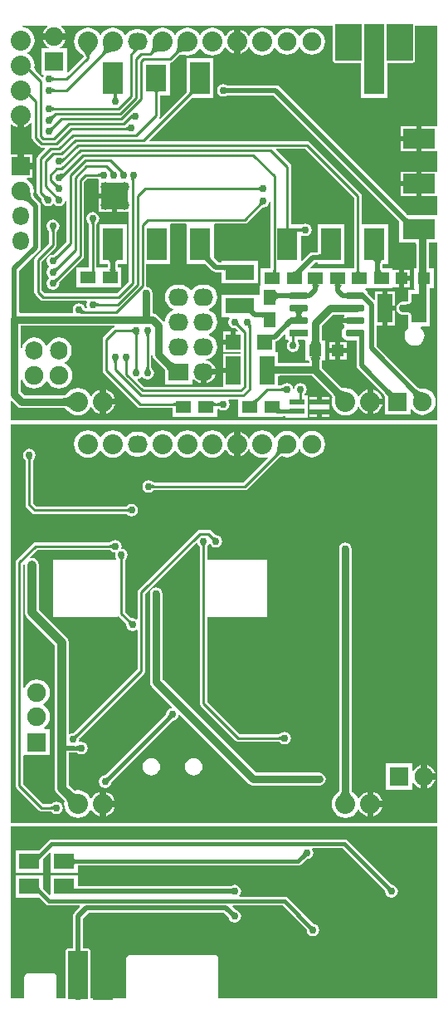
<source format=gbl>
G04 Layer_Physical_Order=2*
G04 Layer_Color=16711680*
%FSLAX24Y24*%
%MOIN*%
G70*
G01*
G75*
%ADD10C,0.0150*%
%ADD11R,0.1181X0.0591*%
%ADD12R,0.0600X0.0500*%
%ADD15R,0.0500X0.0500*%
%ADD21R,0.0500X0.0600*%
%ADD30R,0.0591X0.1181*%
%ADD36C,0.0100*%
%ADD37C,0.0300*%
%ADD38C,0.0200*%
%ADD39C,0.0350*%
%ADD46R,0.1050X0.1450*%
%ADD47C,0.0750*%
%ADD48O,0.0700X0.0750*%
%ADD49R,0.0750X0.0750*%
%ADD50C,0.0750*%
%ADD51R,0.0750X0.0750*%
%ADD52O,0.0650X0.0750*%
%ADD53O,0.0800X0.0700*%
%ADD54R,0.0800X0.0700*%
%ADD55C,0.0800*%
%ADD56C,0.0300*%
%ADD57C,0.0400*%
%ADD58C,0.0500*%
%ADD59R,0.0800X0.0600*%
%ADD60R,0.1100X0.1100*%
%ADD61R,0.0591X0.0630*%
G04:AMPARAMS|DCode=62|XSize=75mil|YSize=25mil|CornerRadius=6.3mil|HoleSize=0mil|Usage=FLASHONLY|Rotation=0.000|XOffset=0mil|YOffset=0mil|HoleType=Round|Shape=RoundedRectangle|*
%AMROUNDEDRECTD62*
21,1,0.0750,0.0125,0,0,0.0*
21,1,0.0625,0.0250,0,0,0.0*
1,1,0.0125,0.0313,-0.0063*
1,1,0.0125,-0.0313,-0.0063*
1,1,0.0125,-0.0313,0.0063*
1,1,0.0125,0.0313,0.0063*
%
%ADD62ROUNDEDRECTD62*%
%ADD63R,0.0750X0.0250*%
%ADD64R,0.0787X0.1300*%
%ADD65R,0.1300X0.0787*%
%ADD66R,0.0787X0.1100*%
%ADD67R,0.0600X0.0200*%
%ADD68C,0.0800*%
%ADD69R,0.0800X0.1650*%
%ADD70R,0.0800X0.1950*%
%ADD71R,0.0800X0.2200*%
G36*
X3568Y28095D02*
X3579Y28085D01*
X3591Y28077D01*
X3603Y28070D01*
X3615Y28064D01*
X3628Y28059D01*
X3641Y28055D01*
X3654Y28052D01*
X3668Y28051D01*
X3681Y28050D01*
Y27950D01*
X3668Y27949D01*
X3654Y27948D01*
X3641Y27945D01*
X3628Y27941D01*
X3615Y27936D01*
X3603Y27930D01*
X3591Y27923D01*
X3579Y27915D01*
X3568Y27905D01*
X3557Y27895D01*
Y28105D01*
X3568Y28095D01*
D02*
G37*
G36*
X3051Y27796D02*
X3054Y27786D01*
X3058Y27778D01*
X3064Y27770D01*
X3072Y27764D01*
X3080Y27759D01*
X3091Y27755D01*
X3103Y27752D01*
X3116Y27751D01*
X3131Y27750D01*
X3102Y27650D01*
X2928Y27653D01*
X3050Y27807D01*
X3051Y27796D01*
D02*
G37*
G36*
X14353Y28432D02*
X14364Y28423D01*
X14483Y28308D01*
X14562Y28229D01*
X14425Y28084D01*
X14384Y28124D01*
X14310Y28186D01*
X14277Y28209D01*
X14247Y28226D01*
X14220Y28238D01*
X14197Y28243D01*
X14176Y28243D01*
X14157Y28238D01*
X14142Y28226D01*
X14345Y28436D01*
X14347Y28437D01*
X14353Y28432D01*
D02*
G37*
G36*
X11389Y28230D02*
X11381Y28234D01*
X11370Y28237D01*
X11356Y28240D01*
X11338Y28243D01*
X11293Y28247D01*
X11201Y28250D01*
X11164Y28250D01*
Y28450D01*
X11201Y28450D01*
X11356Y28460D01*
X11370Y28463D01*
X11381Y28466D01*
X11389Y28470D01*
Y28230D01*
D02*
G37*
G36*
X10800Y28531D02*
X10806Y28514D01*
X10816Y28499D01*
X10830Y28486D01*
X10848Y28475D01*
X10870Y28466D01*
X10896Y28459D01*
X10926Y28454D01*
X10961Y28451D01*
X10999Y28450D01*
Y28250D01*
X10961Y28249D01*
X10926Y28246D01*
X10896Y28241D01*
X10870Y28234D01*
X10848Y28225D01*
X10830Y28214D01*
X10816Y28201D01*
X10806Y28186D01*
X10800Y28169D01*
X10798Y28150D01*
Y28550D01*
X10800Y28531D01*
D02*
G37*
G36*
X16258Y27550D02*
X16255Y27579D01*
X16246Y27604D01*
X16231Y27627D01*
X16210Y27646D01*
X16183Y27663D01*
X16150Y27676D01*
X16111Y27687D01*
X16066Y27694D01*
X16014Y27699D01*
X15957Y27700D01*
Y28000D01*
X16014Y28002D01*
X16066Y28006D01*
X16111Y28014D01*
X16150Y28024D01*
X16183Y28038D01*
X16210Y28054D01*
X16231Y28074D01*
X16246Y28096D01*
X16255Y28122D01*
X16258Y28150D01*
Y27550D01*
D02*
G37*
G36*
X9300Y27283D02*
X9302Y27269D01*
X9304Y27255D01*
X9307Y27241D01*
X9312Y27228D01*
X9317Y27216D01*
X9324Y27204D01*
X9331Y27193D01*
X9340Y27182D01*
X9349Y27172D01*
X9278Y27101D01*
X9268Y27110D01*
X9257Y27119D01*
X9246Y27126D01*
X9234Y27133D01*
X9222Y27138D01*
X9209Y27143D01*
X9195Y27146D01*
X9181Y27148D01*
X9167Y27150D01*
X9151Y27150D01*
X9300Y27299D01*
X9300Y27283D01*
D02*
G37*
G36*
X9800Y27098D02*
X9700Y27069D01*
X9699Y27084D01*
X9698Y27097D01*
X9695Y27109D01*
X9691Y27120D01*
X9686Y27128D01*
X9680Y27136D01*
X9672Y27142D01*
X9664Y27146D01*
X9654Y27149D01*
X9643Y27150D01*
X9797Y27272D01*
X9800Y27098D01*
D02*
G37*
G36*
X11558Y27226D02*
X11543Y27238D01*
X11524Y27243D01*
X11503Y27243D01*
X11480Y27238D01*
X11453Y27226D01*
X11423Y27209D01*
X11390Y27186D01*
X11355Y27158D01*
X11275Y27084D01*
X11138Y27229D01*
X11355Y27436D01*
X11558Y27226D01*
D02*
G37*
G36*
X11906Y27724D02*
X11889Y27718D01*
X11874Y27708D01*
X11861Y27694D01*
X11850Y27676D01*
X11841Y27654D01*
X11834Y27628D01*
X11829Y27600D01*
X11834Y27572D01*
X11841Y27546D01*
X11850Y27524D01*
X11861Y27506D01*
X11874Y27492D01*
X11889Y27482D01*
X11906Y27476D01*
X11925Y27474D01*
X11525D01*
X11544Y27476D01*
X11561Y27482D01*
X11576Y27492D01*
X11589Y27506D01*
X11600Y27524D01*
X11609Y27546D01*
X11616Y27572D01*
X11621Y27600D01*
X11616Y27628D01*
X11609Y27654D01*
X11600Y27676D01*
X11589Y27694D01*
X11576Y27708D01*
X11561Y27718D01*
X11544Y27724D01*
X11525Y27726D01*
X11925D01*
X11906Y27724D01*
D02*
G37*
G36*
X10301Y27699D02*
Y27400D01*
X10299Y27419D01*
X10293Y27436D01*
X10283Y27451D01*
X10269Y27464D01*
X10251Y27475D01*
X10229Y27484D01*
X10203Y27491D01*
X10173Y27496D01*
X10139Y27499D01*
X10101Y27500D01*
Y27700D01*
X10301Y27699D01*
D02*
G37*
G36*
X12581Y28800D02*
X12564Y28794D01*
X12549Y28784D01*
X12536Y28770D01*
X12525Y28752D01*
X12516Y28730D01*
X12509Y28704D01*
X12504Y28674D01*
X12501Y28639D01*
X12500Y28601D01*
X12300D01*
X12299Y28639D01*
X12296Y28674D01*
X12291Y28704D01*
X12284Y28730D01*
X12275Y28752D01*
X12264Y28770D01*
X12251Y28784D01*
X12236Y28794D01*
X12219Y28800D01*
X12200Y28802D01*
X12600D01*
X12581Y28800D01*
D02*
G37*
G36*
X2049Y29428D02*
X2040Y29418D01*
X2031Y29407D01*
X2024Y29396D01*
X2017Y29384D01*
X2012Y29372D01*
X2007Y29359D01*
X2004Y29345D01*
X2002Y29331D01*
X2000Y29317D01*
X2000Y29302D01*
X1851Y29450D01*
X1867Y29450D01*
X1881Y29452D01*
X1895Y29454D01*
X1909Y29457D01*
X1922Y29462D01*
X1934Y29467D01*
X1946Y29474D01*
X1957Y29481D01*
X1968Y29490D01*
X1978Y29499D01*
X2049Y29428D01*
D02*
G37*
G36*
X8761Y29595D02*
Y29300D01*
X8759Y29319D01*
X8753Y29336D01*
X8743Y29351D01*
X8729Y29364D01*
X8711Y29375D01*
X8689Y29384D01*
X8663Y29391D01*
X8633Y29396D01*
X8599Y29399D01*
X8561Y29400D01*
Y29600D01*
X8761Y29595D01*
D02*
G37*
G36*
X15081Y29780D02*
X15064Y29774D01*
X15049Y29764D01*
X15036Y29750D01*
X15025Y29732D01*
X15016Y29710D01*
X15009Y29684D01*
X15004Y29654D01*
X15001Y29619D01*
X15000Y29581D01*
X14800D01*
X14799Y29619D01*
X14796Y29654D01*
X14791Y29684D01*
X14784Y29710D01*
X14775Y29732D01*
X14764Y29750D01*
X14751Y29764D01*
X14736Y29774D01*
X14719Y29780D01*
X14700Y29782D01*
X15100D01*
X15081Y29780D01*
D02*
G37*
G36*
X8148Y30007D02*
X8141Y29990D01*
X8140Y29970D01*
X8145Y29947D01*
X8156Y29920D01*
X8174Y29890D01*
X8197Y29857D01*
X8227Y29820D01*
X8304Y29738D01*
X8119Y29640D01*
X8080Y29678D01*
X8009Y29737D01*
X7977Y29759D01*
X7947Y29776D01*
X7920Y29788D01*
X7895Y29794D01*
X7873Y29796D01*
X7853Y29792D01*
X7836Y29782D01*
X8161Y30020D01*
X8148Y30007D01*
D02*
G37*
G36*
X13947Y32287D02*
Y29450D01*
X12204D01*
X12185Y29496D01*
X12384Y29696D01*
X12476D01*
Y29630D01*
X13564D01*
Y31230D01*
X12476D01*
Y30104D01*
X12472Y30104D01*
X12300D01*
X12222Y30088D01*
X12156Y30044D01*
X11860Y29748D01*
X11814Y29767D01*
Y30764D01*
X11864Y30790D01*
X11902Y30765D01*
X12000Y30745D01*
X12098Y30765D01*
X12180Y30820D01*
X12235Y30902D01*
X12255Y31000D01*
X12235Y31098D01*
X12180Y31180D01*
X12098Y31235D01*
X12000Y31255D01*
X11902Y31235D01*
X11864Y31210D01*
X11814Y31230D01*
Y31230D01*
X11814Y31230D01*
X11423D01*
Y33530D01*
X11411Y33589D01*
X11378Y33638D01*
X10815Y34201D01*
X10835Y34247D01*
X11987D01*
X13947Y32287D01*
D02*
G37*
G36*
X15001Y29461D02*
X15004Y29427D01*
X15009Y29397D01*
X15016Y29371D01*
X15025Y29349D01*
X15036Y29331D01*
X15049Y29317D01*
X15064Y29307D01*
X15081Y29301D01*
X15100Y29299D01*
X14751D01*
X14760Y29301D01*
X14769Y29307D01*
X14776Y29317D01*
X14782Y29331D01*
X14788Y29349D01*
X14792Y29371D01*
X14796Y29397D01*
X14800Y29461D01*
X14800Y29499D01*
X15000D01*
X15001Y29461D01*
D02*
G37*
G36*
X2049Y28978D02*
X2040Y28968D01*
X2031Y28957D01*
X2024Y28946D01*
X2017Y28934D01*
X2012Y28922D01*
X2007Y28909D01*
X2004Y28895D01*
X2002Y28881D01*
X2000Y28867D01*
X2000Y28851D01*
X1851Y29000D01*
X1867Y29000D01*
X1881Y29002D01*
X1895Y29004D01*
X1909Y29007D01*
X1922Y29012D01*
X1934Y29017D01*
X1946Y29024D01*
X1957Y29031D01*
X1968Y29040D01*
X1978Y29049D01*
X2049Y28978D01*
D02*
G37*
G36*
X13481Y28800D02*
X13464Y28794D01*
X13449Y28784D01*
X13436Y28770D01*
X13425Y28752D01*
X13416Y28730D01*
X13409Y28704D01*
X13404Y28674D01*
X13401Y28639D01*
X13400Y28601D01*
X13200D01*
X13199Y28639D01*
X13196Y28674D01*
X13191Y28704D01*
X13184Y28730D01*
X13175Y28752D01*
X13164Y28770D01*
X13151Y28784D01*
X13136Y28794D01*
X13119Y28800D01*
X13100Y28802D01*
X13500D01*
X13481Y28800D01*
D02*
G37*
G36*
X10800Y29380D02*
X10802Y29362D01*
X10804Y29347D01*
X10808Y29334D01*
X10812Y29323D01*
X10818Y29314D01*
X10824Y29307D01*
X10832Y29302D01*
X10841Y29299D01*
X10850Y29298D01*
X10650D01*
X10659Y29299D01*
X10668Y29302D01*
X10675Y29307D01*
X10682Y29314D01*
X10687Y29323D01*
X10692Y29334D01*
X10696Y29347D01*
X10698Y29362D01*
X10699Y29380D01*
X10700Y29399D01*
X10800D01*
X10800Y29380D01*
D02*
G37*
G36*
X14151Y29380D02*
X14152Y29363D01*
X14154Y29348D01*
X14158Y29335D01*
X14162Y29324D01*
X14168Y29315D01*
X14174Y29308D01*
X14182Y29303D01*
X14190Y29300D01*
X14200Y29299D01*
X14000D01*
X14009Y29300D01*
X14018Y29303D01*
X14025Y29308D01*
X14032Y29315D01*
X14037Y29324D01*
X14042Y29335D01*
X14045Y29348D01*
X14048Y29363D01*
X14049Y29380D01*
X14050Y29399D01*
X14150D01*
X14151Y29380D01*
D02*
G37*
G36*
X11849Y29299D02*
X11416Y29298D01*
X11444Y29299D01*
X11472Y29303D01*
X11500Y29311D01*
X11529Y29321D01*
X11557Y29333D01*
X11585Y29349D01*
X11614Y29368D01*
X11642Y29389D01*
X11670Y29413D01*
X11699Y29440D01*
X11982D01*
X11849Y29299D01*
D02*
G37*
G36*
X16448Y24596D02*
X16472Y24577D01*
X16500Y24559D01*
X16530Y24543D01*
X16563Y24527D01*
X16598Y24513D01*
X16636Y24500D01*
X16721Y24478D01*
X16767Y24469D01*
X16332Y24174D01*
X16339Y24215D01*
X16343Y24255D01*
X16343Y24292D01*
X16341Y24327D01*
X16334Y24361D01*
X16325Y24393D01*
X16313Y24423D01*
X16297Y24452D01*
X16278Y24478D01*
X16256Y24503D01*
X16426Y24616D01*
X16448Y24596D01*
D02*
G37*
G36*
X10120Y24199D02*
X10097Y24176D01*
X10063Y24136D01*
X10051Y24119D01*
X10042Y24104D01*
X10036Y24091D01*
X10034Y24079D01*
X10035Y24070D01*
X10040Y24063D01*
X10048Y24057D01*
X9857Y24148D01*
X9867Y24144D01*
X9878Y24143D01*
X9890Y24145D01*
X9903Y24148D01*
X9916Y24154D01*
X9931Y24163D01*
X9946Y24173D01*
X9963Y24186D01*
X9980Y24202D01*
X9999Y24220D01*
X10120Y24199D01*
D02*
G37*
G36*
X11351Y23611D02*
X11350Y23616D01*
X11345Y23620D01*
X11338Y23623D01*
X11327Y23626D01*
X11314Y23629D01*
X11297Y23631D01*
X11255Y23634D01*
X11201Y23635D01*
Y23785D01*
X11230Y23785D01*
X11314Y23791D01*
X11327Y23794D01*
X11338Y23797D01*
X11345Y23800D01*
X11350Y23804D01*
X11351Y23809D01*
Y23611D01*
D02*
G37*
G36*
X11143Y24495D02*
X11132Y24505D01*
X11121Y24515D01*
X11109Y24523D01*
X11097Y24530D01*
X11085Y24536D01*
X11072Y24541D01*
X11059Y24545D01*
X11046Y24548D01*
X11032Y24549D01*
X11019Y24550D01*
Y24650D01*
X11032Y24651D01*
X11046Y24652D01*
X11059Y24655D01*
X11072Y24659D01*
X11085Y24664D01*
X11097Y24670D01*
X11109Y24677D01*
X11121Y24685D01*
X11132Y24695D01*
X11143Y24705D01*
Y24495D01*
D02*
G37*
G36*
X15367Y24576D02*
X15441Y24513D01*
X15474Y24490D01*
X15503Y24473D01*
X15530Y24462D01*
X15554Y24456D01*
X15575Y24456D01*
X15594Y24461D01*
X15609Y24473D01*
X15327Y24191D01*
X15339Y24206D01*
X15344Y24225D01*
X15344Y24246D01*
X15338Y24270D01*
X15327Y24297D01*
X15310Y24326D01*
X15287Y24359D01*
X15259Y24394D01*
X15185Y24474D01*
X15326Y24615D01*
X15367Y24576D01*
D02*
G37*
G36*
X13339Y24625D02*
X13368Y24601D01*
X13398Y24580D01*
X13428Y24561D01*
X13460Y24544D01*
X13493Y24530D01*
X13526Y24519D01*
X13560Y24509D01*
X13595Y24503D01*
X13631Y24499D01*
X13202Y24139D01*
X13204Y24175D01*
X13203Y24209D01*
X13198Y24243D01*
X13191Y24276D01*
X13180Y24309D01*
X13166Y24341D01*
X13149Y24371D01*
X13128Y24402D01*
X13105Y24431D01*
X13078Y24460D01*
X13311Y24651D01*
X13339Y24625D01*
D02*
G37*
G36*
X2564Y23820D02*
X2538Y23845D01*
X2511Y23867D01*
X2482Y23886D01*
X2451Y23903D01*
X2419Y23918D01*
X2386Y23929D01*
X2351Y23938D01*
X2315Y23945D01*
X2278Y23949D01*
X2239Y23950D01*
Y24250D01*
X2278Y24251D01*
X2315Y24255D01*
X2351Y24262D01*
X2386Y24271D01*
X2419Y24283D01*
X2451Y24297D01*
X2482Y24314D01*
X2511Y24333D01*
X2538Y24355D01*
X2564Y24380D01*
Y23820D01*
D02*
G37*
G36*
X10949Y23846D02*
X10954Y23833D01*
X10961Y23822D01*
X10972Y23812D01*
X10986Y23804D01*
X11002Y23797D01*
X11022Y23792D01*
X11044Y23788D01*
X11070Y23786D01*
X11099Y23785D01*
Y23635D01*
X10949Y23651D01*
X10948Y23860D01*
X10949Y23846D01*
D02*
G37*
G36*
X8593Y23895D02*
X8582Y23905D01*
X8571Y23915D01*
X8559Y23923D01*
X8547Y23930D01*
X8535Y23936D01*
X8522Y23941D01*
X8509Y23945D01*
X8496Y23948D01*
X8482Y23949D01*
X8469Y23950D01*
Y24050D01*
X8482Y24051D01*
X8496Y24052D01*
X8509Y24055D01*
X8522Y24059D01*
X8535Y24064D01*
X8547Y24070D01*
X8559Y24077D01*
X8571Y24085D01*
X8582Y24095D01*
X8593Y24105D01*
Y23895D01*
D02*
G37*
G36*
X8299Y24090D02*
X8302Y24082D01*
X8307Y24074D01*
X8314Y24068D01*
X8323Y24063D01*
X8334Y24058D01*
X8347Y24055D01*
X8362Y24052D01*
X8380Y24051D01*
X8399Y24050D01*
Y23950D01*
X8380Y23949D01*
X8362Y23948D01*
X8347Y23946D01*
X8334Y23942D01*
X8323Y23938D01*
X8314Y23932D01*
X8307Y23925D01*
X8302Y23918D01*
X8299Y23909D01*
X8298Y23900D01*
Y24100D01*
X8299Y24090D01*
D02*
G37*
G36*
X6802Y23900D02*
X6801Y23909D01*
X6798Y23918D01*
X6793Y23925D01*
X6786Y23932D01*
X6777Y23938D01*
X6766Y23942D01*
X6753Y23946D01*
X6738Y23948D01*
X6720Y23949D01*
X6701Y23950D01*
Y24050D01*
X6720Y24051D01*
X6738Y24052D01*
X6753Y24055D01*
X6766Y24058D01*
X6777Y24063D01*
X6786Y24068D01*
X6793Y24074D01*
X6798Y24082D01*
X6801Y24090D01*
X6802Y24100D01*
Y23900D01*
D02*
G37*
G36*
X6515Y25799D02*
X6629Y25703D01*
X6678Y25668D01*
X6723Y25642D01*
X6763Y25625D01*
X6798Y25617D01*
X6829Y25618D01*
X6854Y25629D01*
X6875Y25648D01*
X6502Y25175D01*
X6517Y25200D01*
X6524Y25229D01*
X6522Y25262D01*
X6513Y25299D01*
X6496Y25340D01*
X6470Y25384D01*
X6437Y25432D01*
X6396Y25484D01*
X6346Y25539D01*
X6289Y25599D01*
X6451Y25861D01*
X6515Y25799D01*
D02*
G37*
G36*
X10644Y26805D02*
X10647Y26804D01*
X10653Y26803D01*
X10660Y26802D01*
X10695Y26801D01*
X10750Y26800D01*
Y26600D01*
X10643Y26594D01*
Y26806D01*
X10644Y26805D01*
D02*
G37*
G36*
X12551Y26642D02*
X12559Y26546D01*
X12566Y26507D01*
X12575Y26474D01*
X12586Y26447D01*
X12598Y26426D01*
X12613Y26411D01*
X12630Y26402D01*
X12649Y26399D01*
X12151D01*
X12170Y26402D01*
X12187Y26411D01*
X12202Y26426D01*
X12214Y26447D01*
X12225Y26474D01*
X12234Y26507D01*
X12241Y26546D01*
X12246Y26591D01*
X12250Y26699D01*
X12550D01*
X12551Y26642D01*
D02*
G37*
G36*
X5295Y26832D02*
X5285Y26821D01*
X5277Y26809D01*
X5270Y26797D01*
X5264Y26785D01*
X5259Y26772D01*
X5255Y26759D01*
X5252Y26746D01*
X5251Y26732D01*
X5250Y26719D01*
X5150D01*
X5149Y26732D01*
X5148Y26746D01*
X5145Y26759D01*
X5141Y26772D01*
X5136Y26785D01*
X5130Y26797D01*
X5123Y26809D01*
X5115Y26821D01*
X5105Y26832D01*
X5095Y26843D01*
X5305D01*
X5295Y26832D01*
D02*
G37*
G36*
X5093Y26845D02*
X5082Y26855D01*
X5071Y26865D01*
X5059Y26873D01*
X5047Y26880D01*
X5035Y26886D01*
X5022Y26891D01*
X5009Y26895D01*
X4996Y26898D01*
X4982Y26899D01*
X4969Y26900D01*
Y27000D01*
X4982Y27001D01*
X4996Y27002D01*
X5009Y27005D01*
X5022Y27009D01*
X5035Y27014D01*
X5047Y27020D01*
X5059Y27027D01*
X5071Y27035D01*
X5082Y27045D01*
X5093Y27055D01*
Y26845D01*
D02*
G37*
G36*
X5745Y26832D02*
X5735Y26821D01*
X5727Y26809D01*
X5720Y26797D01*
X5714Y26785D01*
X5709Y26772D01*
X5705Y26759D01*
X5702Y26746D01*
X5701Y26732D01*
X5700Y26719D01*
X5600D01*
X5599Y26732D01*
X5598Y26746D01*
X5595Y26759D01*
X5591Y26772D01*
X5586Y26785D01*
X5580Y26797D01*
X5573Y26809D01*
X5565Y26821D01*
X5555Y26832D01*
X5545Y26843D01*
X5755D01*
X5745Y26832D01*
D02*
G37*
G36*
X4895Y25782D02*
X4885Y25771D01*
X4877Y25759D01*
X4870Y25747D01*
X4864Y25735D01*
X4859Y25722D01*
X4855Y25709D01*
X4852Y25696D01*
X4851Y25682D01*
X4850Y25669D01*
X4750D01*
X4749Y25682D01*
X4748Y25696D01*
X4745Y25709D01*
X4741Y25722D01*
X4736Y25735D01*
X4730Y25747D01*
X4723Y25759D01*
X4715Y25771D01*
X4705Y25782D01*
X4695Y25793D01*
X4905D01*
X4895Y25782D01*
D02*
G37*
G36*
X5701Y25468D02*
X5702Y25454D01*
X5705Y25441D01*
X5709Y25428D01*
X5714Y25415D01*
X5720Y25403D01*
X5727Y25391D01*
X5735Y25379D01*
X5745Y25368D01*
X5755Y25357D01*
X5545D01*
X5555Y25368D01*
X5565Y25379D01*
X5573Y25391D01*
X5580Y25403D01*
X5586Y25415D01*
X5591Y25428D01*
X5595Y25441D01*
X5598Y25454D01*
X5599Y25468D01*
X5600Y25481D01*
X5700D01*
X5701Y25468D01*
D02*
G37*
G36*
X5251D02*
X5252Y25454D01*
X5255Y25441D01*
X5259Y25428D01*
X5264Y25415D01*
X5270Y25403D01*
X5277Y25391D01*
X5285Y25379D01*
X5295Y25368D01*
X5305Y25357D01*
X5095D01*
X5105Y25368D01*
X5115Y25379D01*
X5123Y25391D01*
X5130Y25403D01*
X5136Y25415D01*
X5141Y25428D01*
X5145Y25441D01*
X5148Y25454D01*
X5149Y25468D01*
X5150Y25481D01*
X5250D01*
X5251Y25468D01*
D02*
G37*
G36*
X12630Y25898D02*
X12613Y25889D01*
X12598Y25874D01*
X12586Y25853D01*
X12575Y25826D01*
X12566Y25793D01*
X12559Y25754D01*
X12554Y25709D01*
X12550Y25601D01*
X12250D01*
X12249Y25658D01*
X12241Y25754D01*
X12234Y25793D01*
X12225Y25826D01*
X12214Y25853D01*
X12202Y25874D01*
X12187Y25889D01*
X12170Y25898D01*
X12151Y25901D01*
X12649D01*
X12630Y25898D01*
D02*
G37*
G36*
X4445Y25782D02*
X4435Y25771D01*
X4427Y25759D01*
X4420Y25747D01*
X4414Y25735D01*
X4409Y25722D01*
X4405Y25709D01*
X4402Y25696D01*
X4401Y25682D01*
X4400Y25669D01*
X4300D01*
X4299Y25682D01*
X4298Y25696D01*
X4295Y25709D01*
X4291Y25722D01*
X4286Y25735D01*
X4280Y25747D01*
X4273Y25759D01*
X4265Y25771D01*
X4255Y25782D01*
X4245Y25793D01*
X4455D01*
X4445Y25782D01*
D02*
G37*
G36*
X11200Y26796D02*
Y26575D01*
X11296D01*
X11297Y26575D01*
X11297Y26574D01*
X11310Y26549D01*
X11316Y26525D01*
X11264Y26448D01*
X11245Y26350D01*
X11264Y26252D01*
X11320Y26170D01*
X11402Y26115D01*
X11500Y26095D01*
X11598Y26115D01*
X11680Y26170D01*
X11735Y26252D01*
X11755Y26350D01*
X11735Y26448D01*
X11684Y26525D01*
X11690Y26549D01*
X11703Y26574D01*
X11703Y26575D01*
X11704Y26575D01*
X11960D01*
X12000Y26550D01*
Y25750D01*
X12128D01*
X12140Y25701D01*
X12105Y25655D01*
X10975D01*
X10948Y25657D01*
X10912Y25663D01*
X10895Y25668D01*
Y26091D01*
X10795D01*
Y26505D01*
X10828Y26512D01*
X10894Y26556D01*
X11154Y26815D01*
X11200Y26796D01*
D02*
G37*
G36*
X675Y35112D02*
X681Y35113D01*
X802Y35163D01*
X907Y35243D01*
X947Y35296D01*
X997Y35279D01*
Y34700D01*
X1009Y34641D01*
X1042Y34592D01*
X1292Y34342D01*
X1341Y34309D01*
X1400Y34297D01*
X1515D01*
X1535Y34251D01*
X1242Y33958D01*
X1209Y33909D01*
X1197Y33850D01*
Y32500D01*
X1209Y32441D01*
X1242Y32392D01*
X1386Y32248D01*
X1389Y32244D01*
X1391Y32239D01*
X1393Y32235D01*
X1395Y32230D01*
X1396Y32224D01*
X1397Y32218D01*
X1398Y32213D01*
X1395Y32200D01*
X1415Y32102D01*
X1470Y32020D01*
X1552Y31964D01*
X1650Y31945D01*
X1748Y31964D01*
X1830Y32020D01*
X1850Y32049D01*
X1900D01*
X1920Y32020D01*
X2002Y31964D01*
X2100Y31945D01*
X2198Y31964D01*
X2280Y32020D01*
X2335Y32102D01*
X2347Y32161D01*
X2397Y32156D01*
Y30513D01*
X1898Y30014D01*
X1894Y30011D01*
X1889Y30009D01*
X1885Y30007D01*
X1880Y30005D01*
X1874Y30004D01*
X1868Y30003D01*
X1863Y30002D01*
X1850Y30005D01*
X1752Y29985D01*
X1670Y29930D01*
X1615Y29848D01*
X1595Y29750D01*
X1615Y29652D01*
X1670Y29570D01*
X1699Y29550D01*
Y29500D01*
X1670Y29480D01*
X1615Y29398D01*
X1595Y29300D01*
X1615Y29202D01*
X1670Y29120D01*
X1699Y29100D01*
Y29050D01*
X1670Y29030D01*
X1615Y28948D01*
X1595Y28850D01*
X1615Y28752D01*
X1670Y28670D01*
X1752Y28614D01*
X1850Y28595D01*
X1948Y28614D01*
X2030Y28670D01*
X2085Y28752D01*
X2105Y28850D01*
X2102Y28863D01*
X2103Y28868D01*
X2104Y28874D01*
X2105Y28880D01*
X2107Y28885D01*
X2109Y28889D01*
X2111Y28894D01*
X2114Y28898D01*
X3058Y29842D01*
X3091Y29891D01*
X3103Y29950D01*
Y32937D01*
X3213Y33047D01*
X3649D01*
X3680Y33010D01*
Y32460D01*
X4330D01*
Y32360D01*
X4430D01*
Y31710D01*
X4897D01*
Y28913D01*
X4437Y28453D01*
X1513D01*
X1403Y28563D01*
Y29737D01*
X1958Y30292D01*
X1991Y30341D01*
X2003Y30400D01*
Y30930D01*
X2004Y30934D01*
X2005Y30939D01*
X2007Y30944D01*
X2009Y30948D01*
X2012Y30953D01*
X2016Y30958D01*
X2019Y30963D01*
X2030Y30970D01*
X2085Y31052D01*
X2105Y31150D01*
X2085Y31248D01*
X2030Y31330D01*
X1948Y31386D01*
X1850Y31405D01*
X1752Y31386D01*
X1670Y31330D01*
X1615Y31248D01*
X1595Y31150D01*
X1615Y31052D01*
X1670Y30970D01*
X1681Y30963D01*
X1684Y30958D01*
X1688Y30953D01*
X1691Y30948D01*
X1693Y30944D01*
X1695Y30939D01*
X1696Y30934D01*
X1697Y30930D01*
Y30463D01*
X1142Y29908D01*
X1109Y29859D01*
X1097Y29800D01*
Y28500D01*
X1109Y28441D01*
X1142Y28392D01*
X1342Y28192D01*
X1391Y28159D01*
X1450Y28147D01*
X3195D01*
X3218Y28103D01*
X3214Y28098D01*
X3195Y28000D01*
X3214Y27902D01*
X3218Y27897D01*
X3195Y27853D01*
X3144D01*
X3135Y27898D01*
X3080Y27980D01*
X2998Y28036D01*
X2900Y28055D01*
X2802Y28036D01*
X2720Y27980D01*
X2664Y27898D01*
X2645Y27800D01*
X2664Y27705D01*
X2664Y27696D01*
X2639Y27655D01*
X505D01*
X504Y27715D01*
Y29366D01*
X1294Y30156D01*
X1338Y30222D01*
X1354Y30300D01*
X1354Y30300D01*
Y31966D01*
X1338Y32044D01*
X1294Y32110D01*
X1100Y32304D01*
X1090Y32318D01*
X1078Y32338D01*
X1068Y32360D01*
X1058Y32385D01*
X1058Y32386D01*
X1071Y32419D01*
X1089Y32556D01*
X1071Y32693D01*
X1018Y32821D01*
X934Y32930D01*
X825Y33015D01*
X799Y33025D01*
X809Y33075D01*
X1025D01*
Y33425D01*
X550D01*
Y33550D01*
X425D01*
Y34025D01*
X153D01*
Y35221D01*
X203Y35236D01*
X298Y35163D01*
X419Y35113D01*
X425Y35112D01*
Y35600D01*
X675D01*
Y35112D01*
D02*
G37*
G36*
X4934Y34965D02*
X4920Y34972D01*
X4892Y34983D01*
X4878Y34988D01*
X4851Y34994D01*
X4838Y34997D01*
X4811Y35000D01*
X4798Y35000D01*
X4760Y35100D01*
X4774Y35101D01*
X4788Y35103D01*
X4801Y35106D01*
X4812Y35110D01*
X4823Y35116D01*
X4833Y35123D01*
X4842Y35131D01*
X4850Y35141D01*
X4858Y35151D01*
X4864Y35163D01*
X4934Y34965D01*
D02*
G37*
G36*
X1899Y35078D02*
X1890Y35068D01*
X1881Y35057D01*
X1874Y35046D01*
X1867Y35034D01*
X1862Y35022D01*
X1857Y35009D01*
X1854Y34995D01*
X1852Y34981D01*
X1850Y34967D01*
X1850Y34952D01*
X1701Y35100D01*
X1717Y35100D01*
X1731Y35102D01*
X1745Y35104D01*
X1759Y35107D01*
X1772Y35112D01*
X1784Y35117D01*
X1796Y35124D01*
X1807Y35131D01*
X1818Y35140D01*
X1828Y35149D01*
X1899Y35078D01*
D02*
G37*
G36*
X1818Y35945D02*
X1829Y35935D01*
X1841Y35927D01*
X1853Y35920D01*
X1865Y35914D01*
X1878Y35909D01*
X1891Y35905D01*
X1904Y35902D01*
X1918Y35901D01*
X1931Y35900D01*
Y35800D01*
X1918Y35799D01*
X1904Y35798D01*
X1891Y35795D01*
X1878Y35791D01*
X1865Y35786D01*
X1853Y35780D01*
X1841Y35773D01*
X1829Y35765D01*
X1818Y35755D01*
X1807Y35745D01*
Y35955D01*
X1818Y35945D01*
D02*
G37*
G36*
X5043Y35445D02*
X5035Y35452D01*
X5027Y35457D01*
X5018Y35460D01*
X5009Y35461D01*
X5000Y35460D01*
X4990Y35457D01*
X4981Y35453D01*
X4970Y35446D01*
X4959Y35438D01*
X4948Y35428D01*
X4901Y35522D01*
X5029Y35639D01*
X5043Y35445D01*
D02*
G37*
G36*
X1899Y35528D02*
X1890Y35518D01*
X1881Y35507D01*
X1874Y35496D01*
X1867Y35484D01*
X1862Y35472D01*
X1857Y35459D01*
X1854Y35445D01*
X1852Y35431D01*
X1850Y35417D01*
X1850Y35402D01*
X1701Y35550D01*
X1717Y35550D01*
X1731Y35552D01*
X1745Y35554D01*
X1759Y35557D01*
X1772Y35562D01*
X1784Y35567D01*
X1796Y35574D01*
X1807Y35581D01*
X1818Y35590D01*
X1828Y35599D01*
X1899Y35528D01*
D02*
G37*
G36*
X17297Y153D02*
X8503D01*
Y1750D01*
X8491Y1809D01*
X8458Y1858D01*
X8409Y1891D01*
X8350Y1903D01*
X4950D01*
X4891Y1891D01*
X4842Y1858D01*
X4809Y1809D01*
X4797Y1750D01*
Y153D01*
X3352D01*
Y482D01*
X3354Y500D01*
Y1000D01*
X3352Y1018D01*
Y2050D01*
X3344Y2089D01*
X3322Y2122D01*
X3289Y2144D01*
X3250Y2152D01*
X3054D01*
Y3366D01*
X3284Y3596D01*
X8716D01*
X8903Y3408D01*
X8915Y3352D01*
X8970Y3270D01*
X9052Y3214D01*
X9150Y3195D01*
X9248Y3214D01*
X9330Y3270D01*
X9385Y3352D01*
X9405Y3450D01*
X9385Y3548D01*
X9330Y3630D01*
X9248Y3686D01*
X9194Y3696D01*
X9176Y3713D01*
X9063Y3825D01*
X9082Y3872D01*
X11076D01*
X12038Y2909D01*
X12040Y2907D01*
X12045Y2901D01*
X12045Y2900D01*
X12045Y2900D01*
X12064Y2802D01*
X12120Y2720D01*
X12202Y2664D01*
X12300Y2645D01*
X12398Y2664D01*
X12480Y2720D01*
X12536Y2802D01*
X12555Y2900D01*
X12536Y2998D01*
X12480Y3080D01*
X12398Y3135D01*
X12300Y3155D01*
X12300Y3155D01*
X12299Y3155D01*
X12294Y3159D01*
X12289Y3163D01*
X11276Y4176D01*
X11218Y4215D01*
X11150Y4228D01*
X9352D01*
X9336Y4278D01*
X9385Y4352D01*
X9405Y4450D01*
X9385Y4548D01*
X9330Y4630D01*
X9248Y4685D01*
X9150Y4705D01*
X9052Y4685D01*
X9007Y4655D01*
X8983Y4654D01*
X2854D01*
X2850Y4654D01*
Y5100D01*
X1750D01*
Y4318D01*
X1704Y4299D01*
X1450Y4552D01*
Y5100D01*
X350D01*
Y4200D01*
X1298D01*
X1574Y3924D01*
X1632Y3885D01*
X1700Y3872D01*
X2918D01*
X2937Y3825D01*
X2706Y3594D01*
X2662Y3528D01*
X2646Y3450D01*
Y2152D01*
X2450D01*
X2411Y2144D01*
X2378Y2122D01*
X2356Y2089D01*
X2348Y2050D01*
Y1018D01*
X2346Y1000D01*
Y500D01*
X2348Y482D01*
Y153D01*
X2003D01*
Y1000D01*
X1991Y1059D01*
X1958Y1108D01*
X1909Y1141D01*
X1850Y1153D01*
X850D01*
X791Y1141D01*
X742Y1108D01*
X709Y1059D01*
X697Y1000D01*
Y153D01*
X153D01*
Y7050D01*
X17297D01*
Y153D01*
D02*
G37*
G36*
X2311Y33191D02*
X2302Y33181D01*
X2294Y33170D01*
X2286Y33159D01*
X2278Y33148D01*
X2271Y33136D01*
X2265Y33123D01*
X2260Y33110D01*
X2250Y33081D01*
X2246Y33066D01*
X2137Y33245D01*
X2151Y33243D01*
X2164Y33241D01*
X2177Y33241D01*
X2190Y33242D01*
X2202Y33245D01*
X2214Y33249D01*
X2226Y33255D01*
X2237Y33262D01*
X2248Y33270D01*
X2259Y33280D01*
X2311Y33191D01*
D02*
G37*
G36*
X4619Y33402D02*
X4630Y33394D01*
X4640Y33386D01*
X4652Y33378D01*
X4664Y33371D01*
X4677Y33365D01*
X4690Y33360D01*
X4719Y33350D01*
X4734Y33346D01*
X4555Y33237D01*
X4557Y33251D01*
X4559Y33264D01*
X4559Y33277D01*
X4558Y33290D01*
X4555Y33302D01*
X4551Y33314D01*
X4545Y33326D01*
X4538Y33337D01*
X4530Y33348D01*
X4520Y33359D01*
X4609Y33411D01*
X4619Y33402D01*
D02*
G37*
G36*
X4219D02*
X4230Y33394D01*
X4241Y33386D01*
X4252Y33378D01*
X4264Y33371D01*
X4277Y33365D01*
X4290Y33360D01*
X4319Y33350D01*
X4334Y33346D01*
X4155Y33237D01*
X4157Y33251D01*
X4159Y33264D01*
X4159Y33277D01*
X4158Y33290D01*
X4155Y33302D01*
X4151Y33314D01*
X4145Y33326D01*
X4138Y33337D01*
X4130Y33348D01*
X4120Y33359D01*
X4209Y33411D01*
X4219Y33402D01*
D02*
G37*
G36*
X12209Y3097D02*
X12231Y3079D01*
X12242Y3071D01*
X12252Y3064D01*
X12262Y3059D01*
X12272Y3055D01*
X12281Y3052D01*
X12290Y3050D01*
X12299Y3050D01*
X12150Y2901D01*
X12149Y2910D01*
X12148Y2919D01*
X12145Y2928D01*
X12141Y2938D01*
X12136Y2948D01*
X12129Y2958D01*
X12121Y2969D01*
X12113Y2980D01*
X12091Y3002D01*
X12198Y3109D01*
X12209Y3097D01*
D02*
G37*
G36*
X2312Y33791D02*
X2302Y33781D01*
X2276Y33751D01*
X2268Y33740D01*
X2247Y33707D01*
X2241Y33696D01*
X2235Y33685D01*
X2172Y33882D01*
X2183Y33876D01*
X2195Y33872D01*
X2206Y33870D01*
X2217Y33870D01*
X2229Y33871D01*
X2240Y33875D01*
X2251Y33879D01*
X2262Y33886D01*
X2273Y33894D01*
X2283Y33904D01*
X2312Y33791D01*
D02*
G37*
G36*
X9148Y3600D02*
X9000Y3451D01*
X8999Y3453D01*
X8997Y3457D01*
X8994Y3461D01*
X8984Y3473D01*
X8949Y3510D01*
X8937Y3522D01*
X9078Y3663D01*
X9148Y3600D01*
D02*
G37*
G36*
X6246Y38150D02*
X6184Y38150D01*
X6026Y38138D01*
X5982Y38130D01*
X5943Y38121D01*
X5909Y38109D01*
X5880Y38096D01*
X5855Y38081D01*
X5835Y38064D01*
X5764Y38135D01*
X5781Y38155D01*
X5796Y38180D01*
X5809Y38209D01*
X5821Y38243D01*
X5830Y38282D01*
X5838Y38326D01*
X5844Y38374D01*
X5850Y38484D01*
X5850Y38546D01*
X6246Y38150D01*
D02*
G37*
G36*
X4317Y38156D02*
X4250Y38144D01*
X4037Y38093D01*
X3997Y38080D01*
X3964Y38067D01*
X3936Y38053D01*
X3913Y38039D01*
X3896Y38025D01*
X3812Y38083D01*
X3831Y38105D01*
X3846Y38131D01*
X3859Y38161D01*
X3868Y38194D01*
X3874Y38231D01*
X3877Y38272D01*
X3876Y38317D01*
X3873Y38366D01*
X3867Y38419D01*
X3857Y38475D01*
X4317Y38156D01*
D02*
G37*
G36*
X3486Y38220D02*
X3383Y38100D01*
X3358Y38064D01*
X3337Y38030D01*
X3321Y37998D01*
X3309Y37967D01*
X3302Y37939D01*
X3300Y37913D01*
X3200D01*
X3198Y37939D01*
X3191Y37967D01*
X3179Y37998D01*
X3163Y38030D01*
X3142Y38064D01*
X3117Y38100D01*
X3087Y38138D01*
X3014Y38220D01*
X2970Y38264D01*
X3530D01*
X3486Y38220D01*
D02*
G37*
G36*
X2952Y2048D02*
X2979Y1696D01*
X2996Y1600D01*
X3016Y1515D01*
X3040Y1441D01*
X3067Y1377D01*
X3098Y1325D01*
X3133Y1283D01*
X2567D01*
X2602Y1325D01*
X2633Y1377D01*
X2660Y1441D01*
X2684Y1515D01*
X2704Y1600D01*
X2721Y1696D01*
X2743Y1920D01*
X2748Y2048D01*
X2750Y2187D01*
X2950D01*
X2952Y2048D01*
D02*
G37*
G36*
X5291Y38201D02*
X5279Y38202D01*
X5266Y38201D01*
X5253Y38198D01*
X5239Y38194D01*
X5225Y38187D01*
X5211Y38179D01*
X5196Y38169D01*
X5181Y38158D01*
X5166Y38144D01*
X5150Y38129D01*
X5026Y38146D01*
X5041Y38162D01*
X5053Y38176D01*
X5062Y38189D01*
X5068Y38201D01*
X5072Y38210D01*
X5073Y38219D01*
X5070Y38226D01*
X5065Y38231D01*
X5057Y38235D01*
X5046Y38238D01*
X5291Y38201D01*
D02*
G37*
G36*
X7246Y38150D02*
X7184Y38150D01*
X7026Y38138D01*
X6982Y38130D01*
X6943Y38121D01*
X6909Y38109D01*
X6880Y38096D01*
X6855Y38081D01*
X6835Y38064D01*
X6764Y38135D01*
X6781Y38155D01*
X6796Y38180D01*
X6809Y38209D01*
X6821Y38243D01*
X6830Y38282D01*
X6838Y38326D01*
X6844Y38374D01*
X6850Y38484D01*
X6850Y38546D01*
X7246Y38150D01*
D02*
G37*
G36*
X1818Y37145D02*
X1829Y37135D01*
X1841Y37127D01*
X1853Y37120D01*
X1865Y37114D01*
X1878Y37109D01*
X1891Y37105D01*
X1904Y37102D01*
X1918Y37101D01*
X1931Y37100D01*
Y37000D01*
X1918Y36999D01*
X1904Y36998D01*
X1891Y36995D01*
X1878Y36991D01*
X1865Y36986D01*
X1853Y36980D01*
X1841Y36973D01*
X1829Y36965D01*
X1818Y36955D01*
X1807Y36945D01*
Y37155D01*
X1818Y37145D01*
D02*
G37*
G36*
X6090Y36551D02*
X6082Y36548D01*
X6074Y36543D01*
X6068Y36536D01*
X6062Y36527D01*
X6058Y36516D01*
X6054Y36503D01*
X6052Y36488D01*
X6050Y36470D01*
X6050Y36451D01*
X5950D01*
X5949Y36470D01*
X5948Y36488D01*
X5945Y36503D01*
X5942Y36516D01*
X5938Y36527D01*
X5932Y36536D01*
X5925Y36543D01*
X5918Y36548D01*
X5909Y36551D01*
X5900Y36552D01*
X6100D01*
X6090Y36551D01*
D02*
G37*
G36*
X17297Y35144D02*
X16670D01*
Y34650D01*
Y34156D01*
X17297D01*
Y33334D01*
X16670D01*
Y32840D01*
Y32346D01*
X17297D01*
Y31574D01*
X16119D01*
X16093Y31595D01*
X10944Y36744D01*
X10878Y36788D01*
X10800Y36804D01*
X8845D01*
X8798Y36835D01*
X8700Y36855D01*
X8602Y36835D01*
X8520Y36780D01*
X8464Y36698D01*
X8445Y36600D01*
X8464Y36502D01*
X8520Y36420D01*
X8602Y36365D01*
X8700Y36345D01*
X8798Y36365D01*
X8843Y36395D01*
X8867Y36396D01*
X10716D01*
X15745Y31367D01*
X15770Y31340D01*
Y30486D01*
X16432D01*
X16437Y30470D01*
X16443Y30433D01*
X16445Y30407D01*
Y29480D01*
X16443Y29450D01*
X16350D01*
Y28650D01*
X16354D01*
X16387Y28600D01*
X16384Y28591D01*
X16106D01*
Y28118D01*
X16089Y28113D01*
X16053Y28107D01*
X16026Y28105D01*
X15900D01*
X15802Y28085D01*
X15720Y28030D01*
X15664Y27948D01*
X15645Y27850D01*
X15664Y27752D01*
X15720Y27670D01*
X15802Y27615D01*
X15900Y27595D01*
X16026D01*
X16053Y27593D01*
X16089Y27587D01*
X16106Y27582D01*
Y27109D01*
X16107D01*
X16124Y27059D01*
X16092Y27035D01*
X16028Y26952D01*
X15988Y26854D01*
X15974Y26750D01*
X15988Y26645D01*
X16028Y26548D01*
X16092Y26465D01*
X16176Y26400D01*
X16273Y26360D01*
X16377Y26346D01*
X16482Y26360D01*
X16579Y26400D01*
X16663Y26465D01*
X16727Y26548D01*
X16767Y26645D01*
X16781Y26750D01*
X16767Y26854D01*
X16727Y26952D01*
X16663Y27035D01*
X16631Y27059D01*
X16648Y27109D01*
X16996D01*
Y28591D01*
X16996D01*
X16989Y28601D01*
X17004Y28638D01*
X17016Y28650D01*
X17150D01*
Y29450D01*
X16968D01*
X16963Y29467D01*
X16957Y29504D01*
X16955Y29530D01*
Y30407D01*
X16957Y30433D01*
X16963Y30470D01*
X16968Y30486D01*
X17297D01*
Y23350D01*
X153D01*
Y24121D01*
X199Y24140D01*
X420Y23920D01*
X502Y23865D01*
X600Y23845D01*
X2288D01*
X2301Y23844D01*
X2329Y23839D01*
X2356Y23832D01*
X2367Y23828D01*
X2370Y23823D01*
X2458Y23708D01*
X2573Y23620D01*
X2706Y23564D01*
X2850Y23545D01*
X2994Y23564D01*
X3127Y23620D01*
X3242Y23708D01*
X3330Y23823D01*
X3352Y23875D01*
X3402D01*
X3413Y23848D01*
X3493Y23743D01*
X3598Y23663D01*
X3719Y23613D01*
X3725Y23612D01*
Y24100D01*
Y24588D01*
X3719Y24587D01*
X3598Y24537D01*
X3493Y24457D01*
X3413Y24352D01*
X3402Y24325D01*
X3352D01*
X3330Y24377D01*
X3242Y24492D01*
X3127Y24580D01*
X2994Y24636D01*
X2850Y24655D01*
X2706Y24636D01*
X2573Y24580D01*
X2458Y24492D01*
X2370Y24377D01*
X2367Y24372D01*
X2356Y24368D01*
X2329Y24361D01*
X2301Y24356D01*
X2288Y24355D01*
X706D01*
X555Y24506D01*
Y24963D01*
X605Y24973D01*
X641Y24885D01*
X726Y24776D01*
X835Y24691D01*
X963Y24639D01*
X1100Y24620D01*
X1237Y24639D01*
X1365Y24691D01*
X1474Y24776D01*
X1559Y24885D01*
X1575Y24925D01*
X1625D01*
X1641Y24885D01*
X1726Y24776D01*
X1835Y24691D01*
X1963Y24639D01*
X2100Y24620D01*
X2237Y24639D01*
X2365Y24691D01*
X2474Y24776D01*
X2559Y24885D01*
X2611Y25013D01*
X2630Y25150D01*
X2611Y25287D01*
X2559Y25415D01*
X2474Y25524D01*
X2365Y25609D01*
X2323Y25626D01*
Y25676D01*
X2352Y25688D01*
X2457Y25768D01*
X2537Y25873D01*
X2587Y25994D01*
X2604Y26125D01*
Y26175D01*
X2587Y26306D01*
X2537Y26427D01*
X2457Y26532D01*
X2352Y26612D01*
X2231Y26662D01*
X2100Y26679D01*
X1969Y26662D01*
X1848Y26612D01*
X1743Y26532D01*
X1663Y26427D01*
X1627Y26340D01*
X1573D01*
X1537Y26427D01*
X1457Y26532D01*
X1352Y26612D01*
X1231Y26662D01*
X1100Y26679D01*
X969Y26662D01*
X848Y26612D01*
X743Y26532D01*
X663Y26427D01*
X613Y26306D01*
X605Y26245D01*
X555Y26248D01*
Y27145D01*
X4306D01*
X4311Y27095D01*
X4291Y27091D01*
X4242Y27058D01*
X3892Y26708D01*
X3859Y26659D01*
X3847Y26600D01*
Y25350D01*
X3859Y25291D01*
X3892Y25242D01*
X5242Y23892D01*
X5291Y23859D01*
X5350Y23847D01*
X6650D01*
Y23500D01*
X8450D01*
Y23784D01*
X8494Y23826D01*
X8517Y23825D01*
X8520Y23820D01*
X8602Y23765D01*
X8700Y23745D01*
X8798Y23765D01*
X8880Y23820D01*
X8935Y23902D01*
X8955Y24000D01*
X8935Y24098D01*
X8902Y24147D01*
X8929Y24197D01*
X9300D01*
Y23500D01*
X11100D01*
Y23532D01*
X11200D01*
Y23460D01*
X12100D01*
Y23840D01*
Y24340D01*
X11982D01*
X11962Y24372D01*
X11955Y24389D01*
X11957Y24394D01*
X11959Y24398D01*
X11962Y24403D01*
X11966Y24409D01*
X11969Y24413D01*
X11980Y24420D01*
X12035Y24502D01*
X12055Y24600D01*
X12035Y24698D01*
X11980Y24780D01*
X11898Y24836D01*
X11800Y24855D01*
X11702Y24836D01*
X11620Y24780D01*
X11565Y24698D01*
X11550Y24627D01*
X11500D01*
X11485Y24698D01*
X11430Y24780D01*
X11348Y24836D01*
X11250Y24855D01*
X11152Y24836D01*
X11070Y24780D01*
X11063Y24769D01*
X11058Y24766D01*
X11053Y24762D01*
X11048Y24759D01*
X11044Y24757D01*
X11039Y24755D01*
X11034Y24754D01*
X11030Y24753D01*
X10895D01*
Y25132D01*
X10912Y25137D01*
X10948Y25143D01*
X10975Y25145D01*
X12244D01*
X13038Y24352D01*
X13046Y24341D01*
X13062Y24318D01*
X13074Y24295D01*
X13080Y24282D01*
X13064Y24244D01*
X13045Y24100D01*
X13064Y23956D01*
X13120Y23823D01*
X13208Y23708D01*
X13323Y23620D01*
X13456Y23564D01*
X13600Y23545D01*
X13744Y23564D01*
X13877Y23620D01*
X13992Y23708D01*
X14080Y23823D01*
X14102Y23875D01*
X14152D01*
X14163Y23848D01*
X14243Y23743D01*
X14348Y23663D01*
X14469Y23613D01*
X14475Y23612D01*
Y24100D01*
Y24588D01*
X14469Y24587D01*
X14348Y24537D01*
X14243Y24457D01*
X14163Y24352D01*
X14152Y24325D01*
X14102D01*
X14080Y24377D01*
X13992Y24492D01*
X13877Y24580D01*
X13744Y24636D01*
X13600Y24655D01*
X13495Y24641D01*
X13479Y24649D01*
X13454Y24664D01*
X13430Y24682D01*
X13422Y24689D01*
X12655Y25456D01*
Y25680D01*
X12656Y25702D01*
X12660Y25740D01*
X12662Y25750D01*
X12800D01*
Y26550D01*
X12662D01*
X12660Y26559D01*
X12655Y26622D01*
Y27144D01*
X13106Y27595D01*
X13539D01*
X13566Y27550D01*
X13566Y27547D01*
X13564Y27542D01*
X13545Y27530D01*
X13509Y27476D01*
X13504Y27450D01*
X13975D01*
Y27250D01*
X13504D01*
X13509Y27224D01*
X13545Y27170D01*
X13564Y27158D01*
X13565Y27155D01*
X13561Y27100D01*
X13509Y27066D01*
X13462Y26995D01*
X13446Y26913D01*
Y26788D01*
X13462Y26705D01*
X13509Y26634D01*
X13580Y26587D01*
X13662Y26571D01*
X14046D01*
Y25550D01*
X14062Y25472D01*
X14106Y25406D01*
X15148Y24364D01*
X15175Y24335D01*
Y23575D01*
X16225D01*
Y23774D01*
X16275Y23791D01*
X16326Y23726D01*
X16435Y23641D01*
X16563Y23589D01*
X16700Y23570D01*
X16837Y23589D01*
X16965Y23641D01*
X17074Y23726D01*
X17159Y23835D01*
X17211Y23963D01*
X17230Y24100D01*
X17211Y24237D01*
X17159Y24365D01*
X17074Y24474D01*
X16965Y24559D01*
X16837Y24611D01*
X16700Y24630D01*
X16611Y24618D01*
X16603Y24621D01*
X16576Y24634D01*
X16552Y24647D01*
X16531Y24660D01*
X16518Y24670D01*
X14854Y26334D01*
Y27150D01*
X15093D01*
Y27840D01*
Y28531D01*
X14798D01*
Y28211D01*
X14748Y28191D01*
X14499Y28440D01*
X14488Y28495D01*
X14441Y28566D01*
X14389Y28600D01*
X14405Y28650D01*
X15500D01*
Y28700D01*
X15750D01*
Y29050D01*
Y29400D01*
X15500D01*
Y29450D01*
X15104D01*
X15104Y29454D01*
Y29626D01*
X15104Y29630D01*
X15314D01*
Y31230D01*
X14253D01*
Y32350D01*
X14241Y32409D01*
X14208Y32458D01*
X12158Y34508D01*
X12109Y34541D01*
X12050Y34553D01*
X5735D01*
X5715Y34599D01*
X7416Y36300D01*
X8294D01*
Y37900D01*
X7206D01*
Y36523D01*
X6154Y35470D01*
X6115Y35502D01*
X6141Y35541D01*
X6153Y35600D01*
Y36400D01*
X6544D01*
Y37697D01*
X6550D01*
X6609Y37709D01*
X6658Y37742D01*
X6913Y37996D01*
X6915Y37998D01*
X6927Y38006D01*
X6946Y38014D01*
X6972Y38023D01*
X7003Y38030D01*
X7038Y38037D01*
X7050Y38037D01*
X7106Y38014D01*
X7250Y37995D01*
X7394Y38014D01*
X7527Y38070D01*
X7642Y38158D01*
X7721Y38260D01*
X7737Y38264D01*
X7763D01*
X7779Y38260D01*
X7858Y38158D01*
X7973Y38070D01*
X8106Y38014D01*
X8250Y37995D01*
X8394Y38014D01*
X8527Y38070D01*
X8642Y38158D01*
X8730Y38273D01*
X8752Y38325D01*
X8802D01*
X8813Y38298D01*
X8893Y38193D01*
X8998Y38113D01*
X9119Y38063D01*
X9125Y38062D01*
Y38550D01*
Y39038D01*
X9119Y39037D01*
X8998Y38987D01*
X8893Y38907D01*
X8813Y38802D01*
X8802Y38775D01*
X8752D01*
X8730Y38827D01*
X8642Y38942D01*
X8527Y39030D01*
X8394Y39086D01*
X8250Y39105D01*
X8106Y39086D01*
X7973Y39030D01*
X7858Y38942D01*
X7779Y38840D01*
X7763Y38836D01*
X7737D01*
X7721Y38840D01*
X7642Y38942D01*
X7527Y39030D01*
X7394Y39086D01*
X7250Y39105D01*
X7106Y39086D01*
X6973Y39030D01*
X6858Y38942D01*
X6779Y38840D01*
X6763Y38836D01*
X6737D01*
X6721Y38840D01*
X6642Y38942D01*
X6527Y39030D01*
X6394Y39086D01*
X6250Y39105D01*
X6106Y39086D01*
X5973Y39030D01*
X5858Y38942D01*
X5775Y38834D01*
X5745Y38828D01*
X5716Y38829D01*
X5657Y38907D01*
X5552Y38987D01*
X5431Y39037D01*
X5300Y39054D01*
X5200D01*
X5069Y39037D01*
X4948Y38987D01*
X4843Y38907D01*
X4784Y38829D01*
X4755Y38828D01*
X4725Y38834D01*
X4642Y38942D01*
X4527Y39030D01*
X4394Y39086D01*
X4250Y39105D01*
X4106Y39086D01*
X3973Y39030D01*
X3858Y38942D01*
X3779Y38840D01*
X3763Y38836D01*
X3737D01*
X3721Y38840D01*
X3642Y38942D01*
X3527Y39030D01*
X3394Y39086D01*
X3250Y39105D01*
X3106Y39086D01*
X2973Y39030D01*
X2858Y38942D01*
X2770Y38827D01*
X2714Y38694D01*
X2695Y38550D01*
X2714Y38406D01*
X2770Y38273D01*
X2858Y38158D01*
X2973Y38070D01*
X3030Y38046D01*
X3035Y38039D01*
X3057Y38008D01*
X3074Y37980D01*
X3086Y37956D01*
X3087Y37953D01*
X2471Y37337D01*
X2425Y37357D01*
Y38275D01*
X2125D01*
X2115Y38325D01*
X2140Y38335D01*
X2239Y38411D01*
X2315Y38510D01*
X2362Y38625D01*
X1438D01*
X1485Y38510D01*
X1561Y38411D01*
X1660Y38335D01*
X1685Y38325D01*
X1675Y38275D01*
X1375D01*
Y37225D01*
X1463D01*
X1487Y37181D01*
X1464Y37148D01*
X1459Y37120D01*
X1411Y37105D01*
X1161Y37355D01*
X1155Y37365D01*
X1147Y37381D01*
X1096Y37534D01*
X1105Y37600D01*
X1086Y37744D01*
X1030Y37877D01*
X942Y37992D01*
X840Y38071D01*
X836Y38087D01*
Y38113D01*
X840Y38129D01*
X942Y38208D01*
X1030Y38323D01*
X1086Y38456D01*
X1105Y38600D01*
X1086Y38744D01*
X1030Y38877D01*
X942Y38992D01*
X827Y39080D01*
X694Y39136D01*
X608Y39147D01*
X612Y39197D01*
X1620D01*
X1637Y39147D01*
X1561Y39089D01*
X1485Y38990D01*
X1438Y38875D01*
X2362D01*
X2315Y38990D01*
X2239Y39089D01*
X2163Y39147D01*
X2180Y39197D01*
X13098D01*
Y37800D01*
X13106Y37761D01*
X13128Y37728D01*
X13161Y37706D01*
X13200Y37698D01*
X14206D01*
Y36300D01*
X15294D01*
Y37698D01*
X16300D01*
X16339Y37706D01*
X16372Y37728D01*
X16394Y37761D01*
X16402Y37800D01*
Y39197D01*
X17297D01*
Y35144D01*
D02*
G37*
G36*
X4441Y36451D02*
X4432Y36448D01*
X4424Y36443D01*
X4418Y36436D01*
X4412Y36427D01*
X4408Y36416D01*
X4405Y36403D01*
X4402Y36388D01*
X4401Y36370D01*
X4400Y36369D01*
X4401Y36368D01*
X4402Y36354D01*
X4405Y36341D01*
X4409Y36328D01*
X4414Y36315D01*
X4420Y36303D01*
X4427Y36291D01*
X4435Y36279D01*
X4445Y36268D01*
X4455Y36257D01*
X4245D01*
X4255Y36268D01*
X4265Y36279D01*
X4273Y36291D01*
X4280Y36303D01*
X4286Y36315D01*
X4291Y36328D01*
X4295Y36341D01*
X4298Y36354D01*
X4299Y36368D01*
X4300Y36369D01*
X4299Y36370D01*
X4298Y36388D01*
X4295Y36403D01*
X4292Y36416D01*
X4288Y36427D01*
X4282Y36436D01*
X4275Y36443D01*
X4268Y36448D01*
X4259Y36451D01*
X4250Y36452D01*
X4450D01*
X4441Y36451D01*
D02*
G37*
G36*
X8809Y36704D02*
X8812Y36703D01*
X8818Y36702D01*
X8833Y36701D01*
X8885Y36700D01*
X8902Y36700D01*
Y36500D01*
X8807Y36495D01*
Y36705D01*
X8809Y36704D01*
D02*
G37*
G36*
X1818Y36695D02*
X1829Y36685D01*
X1841Y36677D01*
X1853Y36670D01*
X1865Y36664D01*
X1878Y36659D01*
X1891Y36655D01*
X1904Y36652D01*
X1918Y36651D01*
X1931Y36650D01*
Y36550D01*
X1918Y36549D01*
X1904Y36548D01*
X1891Y36545D01*
X1878Y36541D01*
X1865Y36536D01*
X1853Y36530D01*
X1841Y36523D01*
X1829Y36515D01*
X1818Y36505D01*
X1807Y36495D01*
Y36705D01*
X1818Y36695D01*
D02*
G37*
G36*
X7493Y36451D02*
X7485Y36457D01*
X7476Y36460D01*
X7466Y36460D01*
X7454Y36458D01*
X7440Y36452D01*
X7425Y36443D01*
X7409Y36432D01*
X7391Y36418D01*
X7351Y36380D01*
X7287Y36458D01*
X7306Y36478D01*
X7337Y36514D01*
X7348Y36530D01*
X7357Y36545D01*
X7362Y36559D01*
X7365Y36571D01*
X7365Y36581D01*
X7363Y36591D01*
X7357Y36599D01*
X7493Y36451D01*
D02*
G37*
G36*
X1945Y31032D02*
X1935Y31021D01*
X1927Y31009D01*
X1920Y30997D01*
X1914Y30985D01*
X1909Y30972D01*
X1905Y30959D01*
X1902Y30946D01*
X1901Y30932D01*
X1900Y30919D01*
X1800D01*
X1799Y30932D01*
X1798Y30946D01*
X1795Y30959D01*
X1791Y30972D01*
X1786Y30985D01*
X1780Y30997D01*
X1773Y31009D01*
X1765Y31021D01*
X1755Y31032D01*
X1745Y31043D01*
X1955D01*
X1945Y31032D01*
D02*
G37*
G36*
X1532Y32390D02*
X1543Y32381D01*
X1554Y32374D01*
X1566Y32367D01*
X1578Y32362D01*
X1591Y32357D01*
X1605Y32354D01*
X1619Y32352D01*
X1633Y32350D01*
X1648Y32350D01*
X1500Y32201D01*
X1500Y32217D01*
X1498Y32231D01*
X1496Y32245D01*
X1493Y32259D01*
X1488Y32272D01*
X1483Y32284D01*
X1476Y32296D01*
X1469Y32307D01*
X1460Y32318D01*
X1451Y32328D01*
X1522Y32399D01*
X1532Y32390D01*
D02*
G37*
G36*
X17297Y7200D02*
X153D01*
Y23200D01*
X17297D01*
Y7200D01*
D02*
G37*
G36*
X11664Y31073D02*
X11667Y31068D01*
X11672Y31064D01*
X11679Y31060D01*
X11688Y31057D01*
X11698Y31055D01*
X11711Y31053D01*
X11726Y31051D01*
X11762Y31050D01*
Y30950D01*
X11743Y30949D01*
X11726Y30948D01*
X11711Y30945D01*
X11698Y30942D01*
X11687Y30938D01*
X11678Y30932D01*
X11671Y30926D01*
X11665Y30918D01*
X11662Y30910D01*
X11661Y30900D01*
X11662Y31079D01*
X11664Y31073D01*
D02*
G37*
G36*
X936Y32508D02*
X939Y32466D01*
X944Y32426D01*
X951Y32389D01*
X961Y32353D01*
X973Y32320D01*
X988Y32290D01*
X1005Y32262D01*
X1024Y32236D01*
X1045Y32212D01*
X904Y32071D01*
X880Y32092D01*
X854Y32111D01*
X826Y32128D01*
X795Y32142D01*
X762Y32154D01*
X727Y32164D01*
X690Y32172D01*
X650Y32177D01*
X608Y32180D01*
X564Y32181D01*
X935Y32552D01*
X936Y32508D01*
D02*
G37*
G36*
X16016Y31527D02*
X16086Y31468D01*
X16118Y31446D01*
X16147Y31430D01*
X16174Y31418D01*
X16199Y31411D01*
X16222Y31410D01*
X16242Y31414D01*
X16260Y31423D01*
X15921Y31196D01*
X15935Y31209D01*
X15943Y31225D01*
X15944Y31245D01*
X15939Y31268D01*
X15928Y31295D01*
X15911Y31325D01*
X15888Y31358D01*
X15858Y31395D01*
X15780Y31479D01*
X15977Y31564D01*
X16016Y31527D01*
D02*
G37*
G36*
X10597Y32106D02*
Y29450D01*
X10200D01*
Y28750D01*
X10150D01*
Y28389D01*
X10100Y28388D01*
X10100Y28388D01*
X10100Y28388D01*
X8619D01*
Y27498D01*
X8921D01*
X8948Y27448D01*
X8914Y27398D01*
X8895Y27300D01*
X8914Y27202D01*
X8970Y27120D01*
X9052Y27065D01*
X9150Y27045D01*
X9163Y27048D01*
X9168Y27047D01*
X9174Y27046D01*
X9180Y27045D01*
X9185Y27043D01*
X9189Y27041D01*
X9194Y27039D01*
X9198Y27036D01*
X9273Y26961D01*
X9253Y26915D01*
X9190D01*
Y26500D01*
X9090D01*
Y26400D01*
X8695D01*
Y26085D01*
X9397D01*
Y26031D01*
X8696D01*
Y25440D01*
X9092D01*
Y25240D01*
X8696D01*
Y24703D01*
X5513D01*
X5255Y24961D01*
X5270Y25009D01*
X5298Y25015D01*
X5380Y25070D01*
X5400Y25099D01*
X5450D01*
X5470Y25070D01*
X5552Y25015D01*
X5650Y24995D01*
X5748Y25015D01*
X5830Y25070D01*
X5885Y25152D01*
X5905Y25250D01*
X5885Y25348D01*
X5830Y25430D01*
X5819Y25437D01*
X5816Y25442D01*
X5812Y25447D01*
X5809Y25452D01*
X5807Y25456D01*
X5805Y25461D01*
X5804Y25466D01*
X5803Y25470D01*
Y25956D01*
X5853Y25961D01*
X5864Y25902D01*
X5920Y25820D01*
X6288Y25452D01*
X6318Y25418D01*
X6350Y25377D01*
Y24800D01*
X7450D01*
Y25000D01*
X7500Y25017D01*
X7529Y24979D01*
X7623Y24907D01*
X7733Y24862D01*
X7775Y24856D01*
Y25300D01*
X7900D01*
Y25425D01*
X8385D01*
X8343Y25527D01*
X8271Y25621D01*
X8177Y25693D01*
X8067Y25738D01*
X7983Y25750D01*
Y25800D01*
X8081Y25813D01*
X8202Y25863D01*
X8307Y25943D01*
X8387Y26048D01*
X8437Y26169D01*
X8454Y26300D01*
X8437Y26431D01*
X8387Y26552D01*
X8307Y26657D01*
X8202Y26737D01*
X8115Y26773D01*
Y26827D01*
X8202Y26863D01*
X8307Y26943D01*
X8387Y27048D01*
X8437Y27169D01*
X8454Y27300D01*
X8437Y27431D01*
X8387Y27552D01*
X8307Y27657D01*
X8202Y27737D01*
X8115Y27773D01*
Y27827D01*
X8202Y27863D01*
X8307Y27943D01*
X8387Y28048D01*
X8437Y28169D01*
X8454Y28300D01*
X8437Y28431D01*
X8387Y28552D01*
X8307Y28657D01*
X8202Y28737D01*
X8081Y28787D01*
X7950Y28804D01*
X7850D01*
X7719Y28787D01*
X7598Y28737D01*
X7493Y28657D01*
X7430Y28574D01*
X7427Y28573D01*
X7373D01*
X7370Y28574D01*
X7307Y28657D01*
X7202Y28737D01*
X7081Y28787D01*
X6950Y28804D01*
X6850D01*
X6719Y28787D01*
X6598Y28737D01*
X6493Y28657D01*
X6413Y28552D01*
X6363Y28431D01*
X6346Y28300D01*
X6363Y28169D01*
X6413Y28048D01*
X6493Y27943D01*
X6598Y27863D01*
X6685Y27827D01*
Y27773D01*
X6598Y27737D01*
X6493Y27657D01*
X6413Y27552D01*
X6363Y27431D01*
X6348Y27319D01*
X6296Y27306D01*
X6280Y27330D01*
X6030Y27580D01*
X5948Y27636D01*
X5855Y27654D01*
Y28450D01*
X5835Y28548D01*
X5780Y28630D01*
X5698Y28686D01*
X5643Y28696D01*
X5603Y28750D01*
Y29630D01*
X6564D01*
Y31230D01*
X6607Y31247D01*
X7183D01*
X7226Y31230D01*
X7226Y31197D01*
Y29630D01*
X7978D01*
X8002Y29610D01*
X8256Y29356D01*
X8256Y29356D01*
X8322Y29312D01*
X8400Y29296D01*
X8400Y29296D01*
X8605D01*
X8609Y29296D01*
Y28856D01*
X10091D01*
Y29746D01*
X8609D01*
Y29704D01*
X8484D01*
X8339Y29849D01*
X8314Y29877D01*
Y31197D01*
X8314Y31230D01*
X8357Y31247D01*
X9550D01*
X9609Y31259D01*
X9658Y31292D01*
X10252Y31886D01*
X10256Y31889D01*
X10261Y31891D01*
X10265Y31893D01*
X10270Y31895D01*
X10276Y31896D01*
X10282Y31897D01*
X10287Y31898D01*
X10300Y31895D01*
X10398Y31915D01*
X10480Y31970D01*
X10535Y32052D01*
X10547Y32111D01*
X10597Y32106D01*
D02*
G37*
G36*
X10299Y32000D02*
X10283Y32000D01*
X10269Y31998D01*
X10255Y31996D01*
X10241Y31993D01*
X10228Y31988D01*
X10216Y31983D01*
X10204Y31976D01*
X10193Y31969D01*
X10182Y31960D01*
X10172Y31951D01*
X10101Y32022D01*
X10110Y32032D01*
X10119Y32043D01*
X10126Y32054D01*
X10133Y32066D01*
X10138Y32078D01*
X10143Y32091D01*
X10146Y32105D01*
X10148Y32119D01*
X10150Y32133D01*
X10150Y32149D01*
X10299Y32000D01*
D02*
G37*
G36*
X11321Y31160D02*
X11322Y31142D01*
X11324Y31127D01*
X11328Y31114D01*
X11332Y31103D01*
X11338Y31094D01*
X11344Y31087D01*
X11352Y31082D01*
X11360Y31079D01*
X11370Y31078D01*
X11170D01*
X11179Y31079D01*
X11188Y31082D01*
X11195Y31087D01*
X11202Y31094D01*
X11207Y31103D01*
X11212Y31114D01*
X11215Y31127D01*
X11218Y31142D01*
X11219Y31160D01*
X11220Y31179D01*
X11320D01*
X11321Y31160D01*
D02*
G37*
G36*
X1982Y32390D02*
X1993Y32381D01*
X2004Y32374D01*
X2016Y32367D01*
X2028Y32362D01*
X2041Y32357D01*
X2055Y32354D01*
X2069Y32352D01*
X2083Y32350D01*
X2098Y32350D01*
X1950Y32201D01*
X1950Y32217D01*
X1948Y32231D01*
X1946Y32245D01*
X1943Y32259D01*
X1938Y32272D01*
X1933Y32284D01*
X1926Y32296D01*
X1919Y32307D01*
X1910Y32318D01*
X1901Y32328D01*
X1972Y32399D01*
X1982Y32390D01*
D02*
G37*
G36*
X5163Y33064D02*
X5151Y33058D01*
X5141Y33050D01*
X5131Y33042D01*
X5123Y33033D01*
X5116Y33023D01*
X5110Y33012D01*
X5106Y33001D01*
X5103Y32988D01*
X5101Y32974D01*
X5100Y32960D01*
X5000Y32998D01*
X5000Y33011D01*
X4997Y33038D01*
X4994Y33051D01*
X4988Y33078D01*
X4983Y33092D01*
X4972Y33120D01*
X4965Y33134D01*
X5163Y33064D01*
D02*
G37*
G36*
X1982Y32840D02*
X1993Y32831D01*
X2004Y32824D01*
X2016Y32817D01*
X2028Y32812D01*
X2041Y32807D01*
X2055Y32804D01*
X2069Y32802D01*
X2083Y32800D01*
X2098Y32800D01*
X1950Y32652D01*
X1950Y32667D01*
X1948Y32681D01*
X1946Y32695D01*
X1943Y32709D01*
X1938Y32722D01*
X1933Y32734D01*
X1926Y32746D01*
X1919Y32757D01*
X1910Y32768D01*
X1901Y32778D01*
X1972Y32849D01*
X1982Y32840D01*
D02*
G37*
G36*
X3793Y33095D02*
X3782Y33105D01*
X3771Y33115D01*
X3759Y33123D01*
X3747Y33130D01*
X3735Y33136D01*
X3722Y33141D01*
X3709Y33145D01*
X3696Y33148D01*
X3682Y33149D01*
X3669Y33150D01*
Y33250D01*
X3682Y33251D01*
X3696Y33252D01*
X3709Y33255D01*
X3722Y33259D01*
X3735Y33264D01*
X3747Y33270D01*
X3759Y33277D01*
X3771Y33285D01*
X3782Y33295D01*
X3793Y33305D01*
Y33095D01*
D02*
G37*
G36*
X2049Y29878D02*
X2040Y29868D01*
X2031Y29857D01*
X2024Y29846D01*
X2017Y29834D01*
X2012Y29822D01*
X2007Y29809D01*
X2004Y29795D01*
X2002Y29781D01*
X2000Y29767D01*
X2000Y29752D01*
X1851Y29900D01*
X1867Y29900D01*
X1881Y29902D01*
X1895Y29904D01*
X1909Y29907D01*
X1922Y29912D01*
X1934Y29917D01*
X1946Y29924D01*
X1957Y29931D01*
X1968Y29940D01*
X1978Y29949D01*
X2049Y29878D01*
D02*
G37*
G36*
X10193Y32545D02*
X10182Y32555D01*
X10171Y32565D01*
X10159Y32573D01*
X10147Y32580D01*
X10135Y32586D01*
X10122Y32591D01*
X10109Y32595D01*
X10096Y32598D01*
X10082Y32599D01*
X10069Y32600D01*
Y32700D01*
X10082Y32701D01*
X10096Y32702D01*
X10109Y32705D01*
X10122Y32709D01*
X10135Y32714D01*
X10147Y32720D01*
X10159Y32727D01*
X10171Y32735D01*
X10182Y32745D01*
X10193Y32755D01*
Y32545D01*
D02*
G37*
G36*
X11893Y30895D02*
X11882Y30905D01*
X11871Y30915D01*
X11859Y30923D01*
X11847Y30930D01*
X11835Y30936D01*
X11822Y30941D01*
X11809Y30945D01*
X11796Y30948D01*
X11782Y30949D01*
X11769Y30950D01*
Y31050D01*
X11782Y31051D01*
X11796Y31052D01*
X11809Y31055D01*
X11822Y31059D01*
X11835Y31064D01*
X11847Y31070D01*
X11859Y31077D01*
X11871Y31085D01*
X11882Y31095D01*
X11893Y31105D01*
Y30895D01*
D02*
G37*
G36*
X1294Y4647D02*
X1293Y4630D01*
X1296Y4612D01*
X1302Y4592D01*
X1311Y4572D01*
X1323Y4550D01*
X1339Y4527D01*
X1357Y4503D01*
X1380Y4478D01*
X1405Y4451D01*
X1399Y4245D01*
X1363Y4279D01*
X1302Y4332D01*
X1276Y4351D01*
X1253Y4364D01*
X1234Y4372D01*
X1217Y4375D01*
X1204Y4373D01*
X1194Y4365D01*
X1187Y4352D01*
X1298Y4663D01*
X1294Y4647D01*
D02*
G37*
G36*
X12627Y29781D02*
X12625Y29785D01*
X12619Y29788D01*
X12609Y29791D01*
X12595Y29793D01*
X12577Y29795D01*
X12499Y29799D01*
X12427Y29800D01*
Y30000D01*
X12465Y30001D01*
X12499Y30004D01*
X12529Y30009D01*
X12555Y30016D01*
X12577Y30025D01*
X12595Y30036D01*
X12609Y30049D01*
X12619Y30064D01*
X12625Y30081D01*
X12627Y30100D01*
Y29781D01*
D02*
G37*
%LPC*%
G36*
X4338Y7825D02*
X3975D01*
Y7462D01*
X3981Y7463D01*
X4102Y7513D01*
X4207Y7593D01*
X4287Y7698D01*
X4337Y7819D01*
X4338Y7825D01*
D02*
G37*
G36*
X12450Y23600D02*
X12150D01*
Y23500D01*
X12450D01*
Y23600D01*
D02*
G37*
G36*
X12950D02*
X12650D01*
Y23500D01*
X12950D01*
Y23600D01*
D02*
G37*
G36*
X4338Y23975D02*
X3975D01*
Y23612D01*
X3981Y23613D01*
X4102Y23663D01*
X4207Y23743D01*
X4287Y23848D01*
X4337Y23969D01*
X4338Y23975D01*
D02*
G37*
G36*
X13600Y18455D02*
X13502Y18435D01*
X13420Y18380D01*
X13364Y18298D01*
X13345Y18200D01*
Y8512D01*
X13344Y8499D01*
X13339Y8471D01*
X13332Y8444D01*
X13328Y8433D01*
X13323Y8430D01*
X13208Y8342D01*
X13120Y8227D01*
X13064Y8094D01*
X13045Y7950D01*
X13064Y7806D01*
X13120Y7673D01*
X13208Y7558D01*
X13323Y7470D01*
X13456Y7414D01*
X13600Y7395D01*
X13744Y7414D01*
X13877Y7470D01*
X13992Y7558D01*
X14080Y7673D01*
X14102Y7725D01*
X14152D01*
X14163Y7698D01*
X14243Y7593D01*
X14348Y7513D01*
X14469Y7463D01*
X14475Y7462D01*
Y7950D01*
Y8438D01*
X14469Y8437D01*
X14348Y8387D01*
X14243Y8307D01*
X14163Y8202D01*
X14152Y8175D01*
X14102D01*
X14080Y8227D01*
X13992Y8342D01*
X13877Y8430D01*
X13872Y8433D01*
X13868Y8444D01*
X13861Y8471D01*
X13856Y8499D01*
X13855Y8512D01*
Y18200D01*
X13836Y18298D01*
X13780Y18380D01*
X13698Y18435D01*
X13600Y18455D01*
D02*
G37*
G36*
X15088Y7825D02*
X14725D01*
Y7462D01*
X14731Y7463D01*
X14852Y7513D01*
X14957Y7593D01*
X15037Y7698D01*
X15087Y7819D01*
X15088Y7825D01*
D02*
G37*
G36*
X5800Y9800D02*
X5709Y9788D01*
X5625Y9753D01*
X5553Y9697D01*
X5497Y9625D01*
X5462Y9541D01*
X5450Y9450D01*
X5462Y9359D01*
X5497Y9275D01*
X5553Y9203D01*
X5625Y9147D01*
X5709Y9112D01*
X5800Y9100D01*
X5891Y9112D01*
X5975Y9147D01*
X6047Y9203D01*
X6103Y9275D01*
X6138Y9359D01*
X6150Y9450D01*
X6138Y9541D01*
X6103Y9625D01*
X6047Y9697D01*
X5975Y9753D01*
X5891Y9788D01*
X5800Y9800D01*
D02*
G37*
G36*
X7500D02*
X7409Y9788D01*
X7325Y9753D01*
X7253Y9697D01*
X7197Y9625D01*
X7162Y9541D01*
X7150Y9450D01*
X7162Y9359D01*
X7197Y9275D01*
X7253Y9203D01*
X7325Y9147D01*
X7409Y9112D01*
X7500Y9100D01*
X7591Y9112D01*
X7675Y9147D01*
X7747Y9203D01*
X7803Y9275D01*
X7838Y9359D01*
X7850Y9450D01*
X7838Y9541D01*
X7803Y9625D01*
X7747Y9697D01*
X7675Y9753D01*
X7591Y9788D01*
X7500Y9800D01*
D02*
G37*
G36*
X16875Y9512D02*
Y9175D01*
X17212D01*
X17165Y9290D01*
X17089Y9389D01*
X16990Y9465D01*
X16875Y9512D01*
D02*
G37*
G36*
X6000Y16655D02*
X5902Y16636D01*
X5820Y16580D01*
X5765Y16498D01*
X5745Y16400D01*
Y12850D01*
X5765Y12752D01*
X5820Y12670D01*
X6636Y11853D01*
X6620Y11799D01*
X6552Y11786D01*
X6470Y11730D01*
X6415Y11648D01*
X6395Y11550D01*
X6395Y11550D01*
X6395Y11549D01*
X6391Y11544D01*
X6387Y11539D01*
X3959Y9112D01*
X3957Y9110D01*
X3951Y9105D01*
X3950Y9105D01*
X3950Y9105D01*
X3852Y9085D01*
X3770Y9030D01*
X3715Y8948D01*
X3695Y8850D01*
X3715Y8752D01*
X3770Y8670D01*
X3852Y8615D01*
X3950Y8595D01*
X4048Y8615D01*
X4130Y8670D01*
X4186Y8752D01*
X4205Y8850D01*
X4205Y8850D01*
X4205Y8851D01*
X4209Y8856D01*
X4213Y8861D01*
X6641Y11288D01*
X6643Y11290D01*
X6649Y11295D01*
X6650Y11295D01*
X6650Y11295D01*
X6748Y11315D01*
X6830Y11370D01*
X6885Y11452D01*
X6899Y11520D01*
X6953Y11536D01*
X9720Y8770D01*
X9802Y8715D01*
X9900Y8695D01*
X12550D01*
X12648Y8715D01*
X12730Y8770D01*
X12786Y8852D01*
X12805Y8950D01*
X12786Y9048D01*
X12730Y9130D01*
X12648Y9185D01*
X12550Y9205D01*
X10006D01*
X6255Y12956D01*
Y16400D01*
X6235Y16498D01*
X6180Y16580D01*
X6098Y16636D01*
X6000Y16655D01*
D02*
G37*
G36*
X13550Y6528D02*
X1800D01*
X1732Y6515D01*
X1674Y6476D01*
X1674Y6476D01*
X1298Y6100D01*
X350D01*
Y5200D01*
X1450D01*
Y5748D01*
X1704Y6001D01*
X1750Y5982D01*
Y5200D01*
X2850D01*
Y5472D01*
X11700D01*
X11768Y5485D01*
X11826Y5524D01*
X12041Y5738D01*
X12043Y5740D01*
X12049Y5745D01*
X12050Y5745D01*
X12050Y5745D01*
X12148Y5765D01*
X12230Y5820D01*
X12285Y5902D01*
X12305Y6000D01*
X12285Y6098D01*
X12265Y6127D01*
X12289Y6172D01*
X13476D01*
X15188Y4459D01*
X15190Y4457D01*
X15195Y4451D01*
X15195Y4450D01*
X15195Y4450D01*
X15215Y4352D01*
X15270Y4270D01*
X15352Y4214D01*
X15450Y4195D01*
X15548Y4214D01*
X15630Y4270D01*
X15685Y4352D01*
X15705Y4450D01*
X15685Y4548D01*
X15630Y4630D01*
X15548Y4685D01*
X15450Y4705D01*
X15450Y4705D01*
X15449Y4705D01*
X15444Y4709D01*
X15439Y4713D01*
X13676Y6476D01*
X13618Y6515D01*
X13550Y6528D01*
D02*
G37*
G36*
X17212Y8925D02*
X16875D01*
Y8588D01*
X16990Y8635D01*
X17089Y8711D01*
X17165Y8810D01*
X17212Y8925D01*
D02*
G37*
G36*
X8100Y18953D02*
X7750D01*
X7691Y18941D01*
X7642Y18908D01*
X5292Y16558D01*
X5259Y16509D01*
X5247Y16450D01*
Y15379D01*
X5197Y15352D01*
X5148Y15386D01*
X5050Y15405D01*
X5037Y15402D01*
X5032Y15403D01*
X5026Y15404D01*
X5020Y15405D01*
X5015Y15407D01*
X5011Y15409D01*
X5006Y15411D01*
X5002Y15414D01*
X4753Y15663D01*
Y17730D01*
X4754Y17734D01*
X4755Y17739D01*
X4757Y17744D01*
X4759Y17748D01*
X4762Y17753D01*
X4766Y17759D01*
X4769Y17763D01*
X4780Y17770D01*
X4836Y17852D01*
X4855Y17950D01*
X4836Y18048D01*
X4780Y18130D01*
X4698Y18185D01*
X4632Y18199D01*
X4600Y18205D01*
X4596Y18253D01*
X4605Y18300D01*
X4586Y18398D01*
X4530Y18480D01*
X4448Y18535D01*
X4350Y18555D01*
X4252Y18535D01*
X4170Y18480D01*
X4163Y18469D01*
X4159Y18466D01*
X4153Y18462D01*
X4148Y18459D01*
X4144Y18457D01*
X4139Y18455D01*
X4134Y18454D01*
X4130Y18453D01*
X1150D01*
X1091Y18441D01*
X1042Y18408D01*
X392Y17758D01*
X359Y17709D01*
X347Y17650D01*
Y8700D01*
X359Y8641D01*
X392Y8592D01*
X1292Y7692D01*
X1341Y7659D01*
X1400Y7647D01*
X1780D01*
X1784Y7646D01*
X1789Y7645D01*
X1794Y7643D01*
X1798Y7641D01*
X1803Y7638D01*
X1808Y7634D01*
X1813Y7631D01*
X1820Y7620D01*
X1902Y7565D01*
X2000Y7545D01*
X2098Y7565D01*
X2180Y7620D01*
X2235Y7702D01*
X2255Y7800D01*
X2235Y7898D01*
X2180Y7980D01*
X2098Y8035D01*
X2000Y8055D01*
X1902Y8035D01*
X1820Y7980D01*
X1813Y7969D01*
X1808Y7966D01*
X1803Y7962D01*
X1798Y7959D01*
X1794Y7957D01*
X1789Y7955D01*
X1784Y7954D01*
X1780Y7953D01*
X1463D01*
X653Y8763D01*
Y9870D01*
X675Y9911D01*
X703Y9911D01*
X1725D01*
Y10961D01*
X1508D01*
X1491Y11011D01*
X1574Y11076D01*
X1659Y11185D01*
X1711Y11313D01*
X1730Y11450D01*
X1711Y11587D01*
X1659Y11715D01*
X1574Y11824D01*
X1465Y11909D01*
X1456Y11912D01*
Y11962D01*
X1465Y11966D01*
X1574Y12050D01*
X1659Y12160D01*
X1711Y12287D01*
X1730Y12424D01*
X1711Y12561D01*
X1659Y12689D01*
X1574Y12799D01*
X1465Y12883D01*
X1337Y12936D01*
X1200Y12954D01*
X1063Y12936D01*
X935Y12883D01*
X826Y12799D01*
X741Y12689D01*
X703Y12596D01*
X653Y12606D01*
Y17576D01*
X678Y17595D01*
X725Y17569D01*
X723Y17550D01*
Y15650D01*
X732Y15578D01*
X760Y15511D01*
X804Y15454D01*
X1923Y14335D01*
Y10200D01*
Y8600D01*
X1932Y8528D01*
X1960Y8461D01*
X2004Y8404D01*
X2240Y8167D01*
X2255Y8152D01*
X2276Y8127D01*
X2295Y8102D01*
X2310Y8079D01*
X2312Y8076D01*
X2295Y7950D01*
X2314Y7806D01*
X2370Y7673D01*
X2458Y7558D01*
X2573Y7470D01*
X2706Y7414D01*
X2850Y7395D01*
X2994Y7414D01*
X3127Y7470D01*
X3242Y7558D01*
X3330Y7673D01*
X3352Y7725D01*
X3402D01*
X3413Y7698D01*
X3493Y7593D01*
X3598Y7513D01*
X3719Y7463D01*
X3725Y7462D01*
Y7950D01*
Y8438D01*
X3719Y8437D01*
X3598Y8387D01*
X3493Y8307D01*
X3413Y8202D01*
X3402Y8175D01*
X3352D01*
X3330Y8227D01*
X3242Y8342D01*
X3127Y8430D01*
X2994Y8486D01*
X2850Y8505D01*
X2724Y8488D01*
X2721Y8490D01*
X2698Y8505D01*
X2673Y8524D01*
X2648Y8545D01*
X2633Y8560D01*
X2477Y8715D01*
Y10010D01*
X2634Y10022D01*
X2808D01*
X2812Y10021D01*
X2819Y10020D01*
X2820Y10020D01*
X2820Y10020D01*
X2902Y9965D01*
X3000Y9945D01*
X3098Y9965D01*
X3180Y10020D01*
X3235Y10102D01*
X3255Y10200D01*
X3235Y10298D01*
X3180Y10380D01*
X3098Y10436D01*
X3000Y10455D01*
X2934Y10442D01*
X2892Y10484D01*
X2905Y10550D01*
X2902Y10563D01*
X2903Y10568D01*
X2904Y10574D01*
X2905Y10580D01*
X2907Y10585D01*
X2909Y10589D01*
X2911Y10594D01*
X2914Y10598D01*
X5508Y13192D01*
X5541Y13241D01*
X5553Y13300D01*
Y16387D01*
X7611Y18445D01*
X7659Y18430D01*
X7665Y18402D01*
X7720Y18320D01*
X7731Y18313D01*
X7734Y18309D01*
X7738Y18303D01*
X7741Y18298D01*
X7743Y18294D01*
X7745Y18289D01*
X7746Y18284D01*
X7747Y18280D01*
Y12000D01*
X7759Y11941D01*
X7792Y11892D01*
X9192Y10492D01*
X9241Y10459D01*
X9300Y10447D01*
X10930D01*
X10934Y10446D01*
X10939Y10445D01*
X10944Y10443D01*
X10948Y10441D01*
X10953Y10438D01*
X10958Y10434D01*
X10963Y10431D01*
X10970Y10420D01*
X11052Y10365D01*
X11150Y10345D01*
X11248Y10365D01*
X11330Y10420D01*
X11386Y10502D01*
X11405Y10600D01*
X11386Y10698D01*
X11330Y10780D01*
X11248Y10835D01*
X11150Y10855D01*
X11052Y10835D01*
X10970Y10780D01*
X10963Y10769D01*
X10958Y10766D01*
X10953Y10762D01*
X10948Y10759D01*
X10944Y10757D01*
X10939Y10755D01*
X10934Y10754D01*
X10930Y10753D01*
X9363D01*
X8053Y12063D01*
Y15450D01*
X10450D01*
Y17750D01*
X8053D01*
Y18280D01*
X8054Y18284D01*
X8055Y18289D01*
X8057Y18294D01*
X8059Y18298D01*
X8062Y18303D01*
X8066Y18309D01*
X8069Y18313D01*
X8080Y18320D01*
X8122Y18382D01*
X8178D01*
X8220Y18320D01*
X8302Y18264D01*
X8400Y18245D01*
X8498Y18264D01*
X8580Y18320D01*
X8635Y18402D01*
X8655Y18500D01*
X8635Y18598D01*
X8580Y18680D01*
X8498Y18736D01*
X8400Y18755D01*
X8387Y18752D01*
X8382Y18753D01*
X8376Y18754D01*
X8370Y18755D01*
X8365Y18757D01*
X8361Y18759D01*
X8356Y18761D01*
X8352Y18764D01*
X8208Y18908D01*
X8159Y18941D01*
X8100Y18953D01*
D02*
G37*
G36*
X3975Y8438D02*
Y8075D01*
X4338D01*
X4337Y8081D01*
X4287Y8202D01*
X4207Y8307D01*
X4102Y8387D01*
X3981Y8437D01*
X3975Y8438D01*
D02*
G37*
G36*
X10250Y22955D02*
X10106Y22936D01*
X9973Y22880D01*
X9858Y22792D01*
X9770Y22677D01*
X9748Y22625D01*
X9698D01*
X9687Y22652D01*
X9607Y22757D01*
X9502Y22837D01*
X9381Y22887D01*
X9375Y22888D01*
Y22400D01*
Y21912D01*
X9381Y21913D01*
X9502Y21963D01*
X9607Y22043D01*
X9687Y22148D01*
X9698Y22175D01*
X9748D01*
X9770Y22123D01*
X9858Y22008D01*
X9973Y21920D01*
X10106Y21864D01*
X10250Y21845D01*
X10394Y21864D01*
X10451Y21888D01*
X10479Y21846D01*
X9487Y20853D01*
X5920D01*
X5916Y20854D01*
X5911Y20855D01*
X5906Y20857D01*
X5902Y20859D01*
X5897Y20862D01*
X5892Y20866D01*
X5887Y20870D01*
X5880Y20880D01*
X5798Y20935D01*
X5700Y20955D01*
X5602Y20935D01*
X5520Y20880D01*
X5465Y20798D01*
X5445Y20700D01*
X5465Y20602D01*
X5520Y20520D01*
X5602Y20464D01*
X5700Y20445D01*
X5798Y20464D01*
X5880Y20520D01*
X5887Y20531D01*
X5892Y20534D01*
X5897Y20538D01*
X5902Y20541D01*
X5906Y20543D01*
X5911Y20545D01*
X5916Y20546D01*
X5920Y20547D01*
X9550D01*
X9609Y20559D01*
X9658Y20592D01*
X10941Y21875D01*
X10943Y21876D01*
X10954Y21883D01*
X10971Y21891D01*
X10995Y21899D01*
X11023Y21906D01*
X11056Y21912D01*
X11113Y21889D01*
X11250Y21870D01*
X11387Y21889D01*
X11515Y21941D01*
X11624Y22026D01*
X11709Y22135D01*
X11725Y22175D01*
X11775D01*
X11791Y22135D01*
X11876Y22026D01*
X11985Y21941D01*
X12113Y21889D01*
X12250Y21870D01*
X12387Y21889D01*
X12515Y21941D01*
X12624Y22026D01*
X12709Y22135D01*
X12761Y22263D01*
X12780Y22400D01*
X12761Y22537D01*
X12709Y22665D01*
X12624Y22774D01*
X12515Y22859D01*
X12387Y22911D01*
X12250Y22930D01*
X12113Y22911D01*
X11985Y22859D01*
X11876Y22774D01*
X11791Y22665D01*
X11775Y22625D01*
X11725D01*
X11709Y22665D01*
X11624Y22774D01*
X11515Y22859D01*
X11387Y22911D01*
X11250Y22930D01*
X11113Y22911D01*
X10985Y22859D01*
X10876Y22774D01*
X10791Y22665D01*
X10789Y22658D01*
X10739Y22658D01*
X10730Y22677D01*
X10642Y22792D01*
X10527Y22880D01*
X10394Y22936D01*
X10250Y22955D01*
D02*
G37*
G36*
X8250D02*
X8106Y22936D01*
X7973Y22880D01*
X7858Y22792D01*
X7779Y22690D01*
X7763Y22686D01*
X7737D01*
X7721Y22690D01*
X7642Y22792D01*
X7527Y22880D01*
X7394Y22936D01*
X7250Y22955D01*
X7106Y22936D01*
X6973Y22880D01*
X6858Y22792D01*
X6779Y22690D01*
X6763Y22686D01*
X6737D01*
X6721Y22690D01*
X6642Y22792D01*
X6527Y22880D01*
X6394Y22936D01*
X6250Y22955D01*
X6106Y22936D01*
X5973Y22880D01*
X5858Y22792D01*
X5775Y22684D01*
X5745Y22678D01*
X5716Y22679D01*
X5657Y22757D01*
X5552Y22837D01*
X5431Y22887D01*
X5300Y22904D01*
X5200D01*
X5069Y22887D01*
X4948Y22837D01*
X4843Y22757D01*
X4784Y22679D01*
X4755Y22678D01*
X4725Y22684D01*
X4642Y22792D01*
X4527Y22880D01*
X4394Y22936D01*
X4250Y22955D01*
X4106Y22936D01*
X3973Y22880D01*
X3858Y22792D01*
X3779Y22690D01*
X3763Y22686D01*
X3737D01*
X3721Y22690D01*
X3642Y22792D01*
X3527Y22880D01*
X3394Y22936D01*
X3250Y22955D01*
X3106Y22936D01*
X2973Y22880D01*
X2858Y22792D01*
X2770Y22677D01*
X2714Y22544D01*
X2695Y22400D01*
X2714Y22256D01*
X2770Y22123D01*
X2858Y22008D01*
X2973Y21920D01*
X3106Y21864D01*
X3250Y21845D01*
X3394Y21864D01*
X3527Y21920D01*
X3642Y22008D01*
X3721Y22110D01*
X3737Y22114D01*
X3763D01*
X3779Y22110D01*
X3858Y22008D01*
X3973Y21920D01*
X4106Y21864D01*
X4250Y21845D01*
X4394Y21864D01*
X4527Y21920D01*
X4642Y22008D01*
X4725Y22116D01*
X4755Y22122D01*
X4784Y22121D01*
X4843Y22043D01*
X4948Y21963D01*
X5069Y21913D01*
X5200Y21896D01*
X5300D01*
X5431Y21913D01*
X5552Y21963D01*
X5657Y22043D01*
X5716Y22121D01*
X5745Y22122D01*
X5775Y22116D01*
X5858Y22008D01*
X5973Y21920D01*
X6106Y21864D01*
X6250Y21845D01*
X6394Y21864D01*
X6527Y21920D01*
X6642Y22008D01*
X6721Y22110D01*
X6737Y22114D01*
X6763D01*
X6779Y22110D01*
X6858Y22008D01*
X6973Y21920D01*
X7106Y21864D01*
X7250Y21845D01*
X7394Y21864D01*
X7527Y21920D01*
X7642Y22008D01*
X7721Y22110D01*
X7737Y22114D01*
X7763D01*
X7779Y22110D01*
X7858Y22008D01*
X7973Y21920D01*
X8106Y21864D01*
X8250Y21845D01*
X8394Y21864D01*
X8527Y21920D01*
X8642Y22008D01*
X8730Y22123D01*
X8752Y22175D01*
X8802D01*
X8813Y22148D01*
X8893Y22043D01*
X8998Y21963D01*
X9119Y21913D01*
X9125Y21912D01*
Y22400D01*
Y22888D01*
X9119Y22887D01*
X8998Y22837D01*
X8893Y22757D01*
X8813Y22652D01*
X8802Y22625D01*
X8752D01*
X8730Y22677D01*
X8642Y22792D01*
X8527Y22880D01*
X8394Y22936D01*
X8250Y22955D01*
D02*
G37*
G36*
X900Y22205D02*
X802Y22185D01*
X720Y22130D01*
X665Y22048D01*
X645Y21950D01*
X665Y21852D01*
X720Y21770D01*
X730Y21763D01*
X734Y21758D01*
X738Y21753D01*
X741Y21748D01*
X743Y21744D01*
X745Y21739D01*
X746Y21734D01*
X747Y21730D01*
Y19950D01*
X759Y19891D01*
X792Y19842D01*
X998Y19636D01*
X1047Y19603D01*
X1106Y19591D01*
X4785D01*
X4790Y19590D01*
X4795Y19589D01*
X4799Y19587D01*
X4804Y19585D01*
X4809Y19582D01*
X4814Y19578D01*
X4818Y19575D01*
X4826Y19564D01*
X4908Y19509D01*
X5006Y19489D01*
X5103Y19509D01*
X5186Y19564D01*
X5241Y19647D01*
X5261Y19744D01*
X5241Y19842D01*
X5186Y19924D01*
X5103Y19980D01*
X5006Y19999D01*
X4908Y19980D01*
X4826Y19924D01*
X4818Y19914D01*
X4814Y19910D01*
X4809Y19907D01*
X4804Y19904D01*
X4799Y19901D01*
X4795Y19900D01*
X4790Y19898D01*
X4785Y19897D01*
X1169D01*
X1053Y20013D01*
Y21730D01*
X1054Y21734D01*
X1055Y21739D01*
X1057Y21744D01*
X1059Y21748D01*
X1062Y21753D01*
X1066Y21758D01*
X1069Y21763D01*
X1080Y21770D01*
X1135Y21852D01*
X1155Y21950D01*
X1135Y22048D01*
X1080Y22130D01*
X998Y22185D01*
X900Y22205D01*
D02*
G37*
G36*
X16275Y9575D02*
X15225D01*
Y8525D01*
X16275D01*
Y8825D01*
X16325Y8835D01*
X16335Y8810D01*
X16411Y8711D01*
X16510Y8635D01*
X16625Y8588D01*
Y9050D01*
Y9512D01*
X16510Y9465D01*
X16411Y9389D01*
X16335Y9290D01*
X16325Y9265D01*
X16275Y9275D01*
Y9575D01*
D02*
G37*
G36*
X14725Y8438D02*
Y8075D01*
X15088D01*
X15087Y8081D01*
X15037Y8202D01*
X14957Y8307D01*
X14852Y8387D01*
X14731Y8437D01*
X14725Y8438D01*
D02*
G37*
G36*
X15088Y23975D02*
X14725D01*
Y23612D01*
X14731Y23613D01*
X14852Y23663D01*
X14957Y23743D01*
X15037Y23848D01*
X15087Y23969D01*
X15088Y23975D01*
D02*
G37*
G36*
X15588Y28531D02*
X15293D01*
Y27940D01*
X15588D01*
Y28531D01*
D02*
G37*
G36*
X3450Y31705D02*
X3352Y31686D01*
X3270Y31630D01*
X3214Y31548D01*
X3195Y31450D01*
X3214Y31352D01*
X3270Y31270D01*
X3280Y31263D01*
X3284Y31258D01*
X3288Y31253D01*
X3291Y31248D01*
X3293Y31244D01*
X3295Y31239D01*
X3296Y31234D01*
X3297Y31230D01*
Y29500D01*
X2800D01*
Y28700D01*
X4600D01*
Y29500D01*
X4454D01*
X4454Y29504D01*
Y29626D01*
X4454Y29630D01*
X4814D01*
Y31230D01*
X3726D01*
Y29630D01*
X4046D01*
X4046Y29626D01*
Y29504D01*
X4046Y29500D01*
X3603D01*
Y31230D01*
X3604Y31234D01*
X3605Y31239D01*
X3607Y31244D01*
X3609Y31248D01*
X3612Y31253D01*
X3616Y31259D01*
X3619Y31263D01*
X3630Y31270D01*
X3685Y31352D01*
X3705Y31450D01*
X3685Y31548D01*
X3630Y31630D01*
X3548Y31686D01*
X3450Y31705D01*
D02*
G37*
G36*
X16200Y28950D02*
X15950D01*
Y28700D01*
X16200D01*
Y28950D01*
D02*
G37*
G36*
X15588Y27740D02*
X15293D01*
Y27150D01*
X15588D01*
Y27740D01*
D02*
G37*
G36*
X13200Y26500D02*
X12950D01*
Y26250D01*
X13200D01*
Y26500D01*
D02*
G37*
G36*
X13650D02*
X13400D01*
Y26250D01*
X13650D01*
Y26500D01*
D02*
G37*
G36*
X8990Y26915D02*
X8695D01*
Y26600D01*
X8990D01*
Y26915D01*
D02*
G37*
G36*
X16200Y29400D02*
X15950D01*
Y29150D01*
X16200D01*
Y29400D01*
D02*
G37*
G36*
X16470Y34550D02*
X15820D01*
Y34156D01*
X16470D01*
Y34550D01*
D02*
G37*
G36*
Y35144D02*
X15820D01*
Y34750D01*
X16470D01*
Y35144D01*
D02*
G37*
G36*
X10250Y39105D02*
X10106Y39086D01*
X9973Y39030D01*
X9858Y38942D01*
X9770Y38827D01*
X9748Y38775D01*
X9698D01*
X9687Y38802D01*
X9607Y38907D01*
X9502Y38987D01*
X9381Y39037D01*
X9375Y39038D01*
Y38550D01*
Y38062D01*
X9381Y38063D01*
X9502Y38113D01*
X9607Y38193D01*
X9687Y38298D01*
X9698Y38325D01*
X9748D01*
X9770Y38273D01*
X9858Y38158D01*
X9973Y38070D01*
X10106Y38014D01*
X10250Y37995D01*
X10394Y38014D01*
X10527Y38070D01*
X10642Y38158D01*
X10730Y38273D01*
X10739Y38292D01*
X10789Y38292D01*
X10791Y38285D01*
X10876Y38176D01*
X10985Y38091D01*
X11113Y38039D01*
X11250Y38020D01*
X11387Y38039D01*
X11515Y38091D01*
X11624Y38176D01*
X11709Y38285D01*
X11725Y38325D01*
X11775D01*
X11791Y38285D01*
X11876Y38176D01*
X11985Y38091D01*
X12113Y38039D01*
X12250Y38020D01*
X12387Y38039D01*
X12515Y38091D01*
X12624Y38176D01*
X12709Y38285D01*
X12761Y38413D01*
X12780Y38550D01*
X12761Y38687D01*
X12709Y38815D01*
X12624Y38924D01*
X12515Y39009D01*
X12387Y39061D01*
X12250Y39080D01*
X12113Y39061D01*
X11985Y39009D01*
X11876Y38924D01*
X11791Y38815D01*
X11775Y38775D01*
X11725D01*
X11709Y38815D01*
X11624Y38924D01*
X11515Y39009D01*
X11387Y39061D01*
X11250Y39080D01*
X11113Y39061D01*
X10985Y39009D01*
X10876Y38924D01*
X10791Y38815D01*
X10789Y38808D01*
X10739Y38808D01*
X10730Y38827D01*
X10642Y38942D01*
X10527Y39030D01*
X10394Y39086D01*
X10250Y39105D01*
D02*
G37*
G36*
X1025Y34025D02*
X675D01*
Y33675D01*
X1025D01*
Y34025D01*
D02*
G37*
G36*
X4230Y32260D02*
X3680D01*
Y31710D01*
X4230D01*
Y32260D01*
D02*
G37*
G36*
X16470Y32740D02*
X15820D01*
Y32346D01*
X16470D01*
Y32740D01*
D02*
G37*
G36*
Y33334D02*
X15820D01*
Y32940D01*
X16470D01*
Y33334D01*
D02*
G37*
G36*
X13650Y26050D02*
X13400D01*
Y25800D01*
X13650D01*
Y26050D01*
D02*
G37*
G36*
X14725Y24588D02*
Y24225D01*
X15088D01*
X15087Y24231D01*
X15037Y24352D01*
X14957Y24457D01*
X14852Y24537D01*
X14731Y24587D01*
X14725Y24588D01*
D02*
G37*
G36*
X8385Y25175D02*
X8025D01*
Y24856D01*
X8067Y24862D01*
X8177Y24907D01*
X8271Y24979D01*
X8343Y25073D01*
X8385Y25175D01*
D02*
G37*
G36*
X13200Y26050D02*
X12950D01*
Y25800D01*
X13200D01*
Y26050D01*
D02*
G37*
G36*
X3975Y24588D02*
Y24225D01*
X4338D01*
X4337Y24231D01*
X4287Y24352D01*
X4207Y24457D01*
X4102Y24537D01*
X3981Y24587D01*
X3975Y24588D01*
D02*
G37*
G36*
X12950Y23980D02*
X12150D01*
Y23880D01*
Y23800D01*
X12950D01*
Y23880D01*
Y23980D01*
D02*
G37*
G36*
X12450Y24280D02*
X12150D01*
Y24180D01*
X12450D01*
Y24280D01*
D02*
G37*
G36*
X12950D02*
X12650D01*
Y24180D01*
X12950D01*
Y24280D01*
D02*
G37*
%LPD*%
G36*
X4431Y29780D02*
X4414Y29774D01*
X4399Y29764D01*
X4386Y29750D01*
X4375Y29732D01*
X4366Y29710D01*
X4359Y29684D01*
X4354Y29654D01*
X4351Y29619D01*
X4350Y29581D01*
X4150D01*
X4149Y29619D01*
X4146Y29654D01*
X4141Y29684D01*
X4134Y29710D01*
X4125Y29732D01*
X4114Y29750D01*
X4101Y29764D01*
X4086Y29774D01*
X4069Y29780D01*
X4050Y29782D01*
X4450D01*
X4431Y29780D01*
D02*
G37*
G36*
X4351Y29511D02*
X4354Y29477D01*
X4359Y29447D01*
X4366Y29421D01*
X4375Y29399D01*
X4386Y29381D01*
X4398Y29367D01*
X4413Y29357D01*
X4430Y29351D01*
X4449Y29349D01*
X4050D01*
X4069Y29351D01*
X4086Y29357D01*
X4101Y29367D01*
X4114Y29381D01*
X4125Y29399D01*
X4134Y29421D01*
X4141Y29447D01*
X4146Y29477D01*
X4149Y29511D01*
X4150Y29549D01*
X4350D01*
X4351Y29511D01*
D02*
G37*
G36*
X2580Y8469D02*
X2609Y8444D01*
X2639Y8422D01*
X2669Y8402D01*
X2698Y8386D01*
X2728Y8373D01*
X2758Y8363D01*
X2787Y8355D01*
X2817Y8351D01*
X2846Y8350D01*
X2450Y7954D01*
X2449Y7983D01*
X2445Y8013D01*
X2437Y8042D01*
X2427Y8072D01*
X2414Y8102D01*
X2398Y8131D01*
X2378Y8161D01*
X2356Y8191D01*
X2331Y8220D01*
X2302Y8250D01*
X2550Y8498D01*
X2580Y8469D01*
D02*
G37*
G36*
X1893Y7695D02*
X1882Y7705D01*
X1871Y7715D01*
X1859Y7723D01*
X1847Y7730D01*
X1835Y7736D01*
X1822Y7741D01*
X1809Y7745D01*
X1796Y7748D01*
X1782Y7749D01*
X1769Y7750D01*
Y7850D01*
X1782Y7851D01*
X1796Y7852D01*
X1809Y7855D01*
X1822Y7859D01*
X1835Y7864D01*
X1847Y7870D01*
X1859Y7877D01*
X1871Y7885D01*
X1882Y7895D01*
X1893Y7905D01*
Y7695D01*
D02*
G37*
G36*
X3545Y31332D02*
X3535Y31321D01*
X3527Y31309D01*
X3520Y31297D01*
X3514Y31285D01*
X3509Y31272D01*
X3505Y31259D01*
X3502Y31246D01*
X3501Y31233D01*
X3500Y31219D01*
X3400D01*
X3399Y31233D01*
X3398Y31246D01*
X3395Y31259D01*
X3391Y31272D01*
X3386Y31285D01*
X3380Y31297D01*
X3373Y31309D01*
X3365Y31321D01*
X3355Y31332D01*
X3345Y31343D01*
X3555D01*
X3545Y31332D01*
D02*
G37*
G36*
X2699Y5786D02*
X2704Y5773D01*
X2711Y5762D01*
X2722Y5752D01*
X2735Y5744D01*
X2752Y5737D01*
X2772Y5732D01*
X2794Y5728D01*
X2820Y5726D01*
X2849Y5725D01*
Y5575D01*
X2820Y5574D01*
X2794Y5572D01*
X2772Y5568D01*
X2752Y5563D01*
X2735Y5556D01*
X2722Y5548D01*
X2711Y5538D01*
X2704Y5527D01*
X2699Y5514D01*
X2698Y5500D01*
Y5800D01*
X2699Y5786D01*
D02*
G37*
G36*
X15359Y4647D02*
X15381Y4629D01*
X15392Y4621D01*
X15402Y4614D01*
X15412Y4609D01*
X15422Y4605D01*
X15431Y4602D01*
X15440Y4600D01*
X15448Y4600D01*
X15300Y4451D01*
X15300Y4460D01*
X15298Y4469D01*
X15295Y4478D01*
X15291Y4488D01*
X15286Y4498D01*
X15279Y4508D01*
X15272Y4519D01*
X15263Y4530D01*
X15241Y4552D01*
X15348Y4659D01*
X15359Y4647D01*
D02*
G37*
G36*
X12048Y5850D02*
X12040Y5849D01*
X12031Y5848D01*
X12022Y5845D01*
X12012Y5841D01*
X12002Y5836D01*
X11992Y5829D01*
X11981Y5821D01*
X11970Y5813D01*
X11948Y5791D01*
X11841Y5898D01*
X11853Y5909D01*
X11872Y5931D01*
X11879Y5942D01*
X11886Y5952D01*
X11891Y5962D01*
X11895Y5972D01*
X11898Y5981D01*
X11899Y5990D01*
X11900Y5998D01*
X12048Y5850D01*
D02*
G37*
G36*
X11246Y22025D02*
X11189Y22025D01*
X11087Y22019D01*
X11042Y22013D01*
X11002Y22006D01*
X10966Y21997D01*
X10934Y21986D01*
X10906Y21973D01*
X10883Y21959D01*
X10863Y21943D01*
X10793Y22013D01*
X10809Y22033D01*
X10823Y22056D01*
X10836Y22084D01*
X10847Y22116D01*
X10856Y22152D01*
X10863Y22192D01*
X10869Y22237D01*
X10875Y22339D01*
X10875Y22396D01*
X11246Y22025D01*
D02*
G37*
G36*
X1405Y5849D02*
X1380Y5822D01*
X1339Y5773D01*
X1323Y5750D01*
X1311Y5728D01*
X1302Y5708D01*
X1296Y5688D01*
X1293Y5670D01*
X1294Y5653D01*
X1298Y5637D01*
X1187Y5948D01*
X1194Y5935D01*
X1204Y5927D01*
X1217Y5925D01*
X1234Y5928D01*
X1253Y5936D01*
X1276Y5949D01*
X1302Y5968D01*
X1331Y5992D01*
X1399Y6055D01*
X1405Y5849D01*
D02*
G37*
G36*
X2893Y10095D02*
X2886Y10101D01*
X2879Y10106D01*
X2870Y10110D01*
X2861Y10114D01*
X2850Y10117D01*
X2838Y10120D01*
X2825Y10122D01*
X2811Y10124D01*
X2780Y10125D01*
Y10275D01*
X2796Y10275D01*
X2825Y10278D01*
X2838Y10280D01*
X2850Y10282D01*
X2861Y10286D01*
X2870Y10290D01*
X2879Y10294D01*
X2886Y10299D01*
X2893Y10305D01*
Y10095D01*
D02*
G37*
G36*
X11043Y10495D02*
X11032Y10505D01*
X11021Y10515D01*
X11009Y10523D01*
X10997Y10530D01*
X10985Y10536D01*
X10972Y10541D01*
X10959Y10545D01*
X10946Y10548D01*
X10932Y10549D01*
X10919Y10550D01*
Y10650D01*
X10932Y10651D01*
X10946Y10652D01*
X10959Y10655D01*
X10972Y10659D01*
X10985Y10664D01*
X10997Y10670D01*
X11009Y10677D01*
X11021Y10685D01*
X11032Y10695D01*
X11043Y10705D01*
Y10495D01*
D02*
G37*
G36*
X4695Y17832D02*
X4685Y17821D01*
X4677Y17809D01*
X4670Y17797D01*
X4664Y17785D01*
X4659Y17772D01*
X4655Y17759D01*
X4652Y17746D01*
X4651Y17732D01*
X4650Y17719D01*
X4550D01*
X4549Y17732D01*
X4548Y17746D01*
X4545Y17759D01*
X4541Y17772D01*
X4536Y17785D01*
X4530Y17797D01*
X4523Y17809D01*
X4515Y17821D01*
X4505Y17832D01*
X4495Y17843D01*
X4705D01*
X4695Y17832D01*
D02*
G37*
G36*
X2336Y10315D02*
X2355Y10306D01*
X2379Y10299D01*
X2409Y10293D01*
X2444Y10287D01*
X2533Y10279D01*
X2644Y10275D01*
X2708Y10275D01*
Y10125D01*
X2644Y10125D01*
X2409Y10107D01*
X2379Y10101D01*
X2355Y10094D01*
X2336Y10085D01*
X2324Y10076D01*
Y10324D01*
X2336Y10315D01*
D02*
G37*
G36*
X6648Y11400D02*
X6640Y11400D01*
X6631Y11398D01*
X6622Y11395D01*
X6612Y11391D01*
X6602Y11386D01*
X6592Y11379D01*
X6581Y11372D01*
X6570Y11363D01*
X6548Y11341D01*
X6441Y11448D01*
X6453Y11459D01*
X6471Y11481D01*
X6479Y11492D01*
X6486Y11502D01*
X6491Y11512D01*
X6495Y11522D01*
X6498Y11531D01*
X6500Y11540D01*
X6500Y11549D01*
X6648Y11400D01*
D02*
G37*
G36*
X4932Y15340D02*
X4943Y15331D01*
X4954Y15324D01*
X4966Y15317D01*
X4978Y15312D01*
X4991Y15307D01*
X5005Y15304D01*
X5019Y15302D01*
X5033Y15300D01*
X5048Y15300D01*
X4900Y15151D01*
X4900Y15167D01*
X4898Y15181D01*
X4896Y15195D01*
X4893Y15209D01*
X4888Y15222D01*
X4883Y15234D01*
X4876Y15246D01*
X4869Y15257D01*
X4860Y15268D01*
X4851Y15278D01*
X4922Y15349D01*
X4932Y15340D01*
D02*
G37*
G36*
X2849Y10678D02*
X2840Y10668D01*
X2831Y10657D01*
X2824Y10646D01*
X2817Y10634D01*
X2812Y10622D01*
X2807Y10609D01*
X2804Y10595D01*
X2802Y10581D01*
X2800Y10567D01*
X2800Y10552D01*
X2652Y10700D01*
X2667Y10700D01*
X2681Y10702D01*
X2695Y10704D01*
X2709Y10707D01*
X2722Y10712D01*
X2734Y10717D01*
X2746Y10724D01*
X2757Y10731D01*
X2768Y10740D01*
X2778Y10749D01*
X2849Y10678D01*
D02*
G37*
G36*
X4134Y18146D02*
X4139Y18145D01*
X4144Y18143D01*
X4148Y18141D01*
X4153Y18138D01*
X4159Y18134D01*
X4163Y18131D01*
X4170Y18120D01*
X4252Y18065D01*
X4318Y18051D01*
X4350Y18045D01*
X4354Y17997D01*
X4345Y17950D01*
X4365Y17852D01*
X4400Y17800D01*
X4373Y17750D01*
X1850D01*
Y15450D01*
X4450D01*
Y15465D01*
X4468Y15476D01*
X4500Y15484D01*
X4786Y15198D01*
X4789Y15194D01*
X4791Y15189D01*
X4793Y15185D01*
X4795Y15180D01*
X4796Y15174D01*
X4797Y15168D01*
X4798Y15163D01*
X4795Y15150D01*
X4814Y15052D01*
X4870Y14970D01*
X4952Y14914D01*
X5050Y14895D01*
X5148Y14914D01*
X5197Y14948D01*
X5247Y14921D01*
Y13363D01*
X2698Y10814D01*
X2694Y10811D01*
X2689Y10809D01*
X2685Y10807D01*
X2680Y10805D01*
X2674Y10804D01*
X2668Y10803D01*
X2663Y10802D01*
X2650Y10805D01*
X2552Y10785D01*
X2521Y10765D01*
X2477Y10788D01*
Y14450D01*
X2468Y14522D01*
X2440Y14589D01*
X2396Y14646D01*
X1277Y15765D01*
Y17550D01*
X1268Y17622D01*
X1240Y17689D01*
X1196Y17746D01*
X1139Y17790D01*
X1072Y17818D01*
X1000Y17827D01*
X959Y17822D01*
X936Y17869D01*
X1213Y18147D01*
X4130D01*
X4134Y18146D01*
D02*
G37*
G36*
X13751Y8522D02*
X13755Y8485D01*
X13762Y8449D01*
X13771Y8414D01*
X13783Y8381D01*
X13797Y8349D01*
X13814Y8318D01*
X13833Y8289D01*
X13855Y8262D01*
X13880Y8236D01*
X13320D01*
X13345Y8262D01*
X13367Y8289D01*
X13386Y8318D01*
X13403Y8349D01*
X13418Y8381D01*
X13429Y8414D01*
X13438Y8449D01*
X13445Y8485D01*
X13449Y8522D01*
X13450Y8561D01*
X13750D01*
X13751Y8522D01*
D02*
G37*
G36*
X4899Y19639D02*
X4888Y19650D01*
X4876Y19659D01*
X4865Y19667D01*
X4853Y19674D01*
X4841Y19681D01*
X4828Y19685D01*
X4815Y19689D01*
X4802Y19692D01*
X4788Y19694D01*
X4774Y19694D01*
Y19794D01*
X4788Y19795D01*
X4802Y19796D01*
X4815Y19799D01*
X4828Y19803D01*
X4841Y19808D01*
X4853Y19814D01*
X4865Y19821D01*
X4876Y19829D01*
X4888Y19839D01*
X4899Y19849D01*
Y19639D01*
D02*
G37*
G36*
X995Y21832D02*
X985Y21821D01*
X977Y21809D01*
X970Y21797D01*
X964Y21785D01*
X959Y21772D01*
X955Y21759D01*
X952Y21746D01*
X951Y21732D01*
X950Y21719D01*
X850D01*
X849Y21732D01*
X848Y21746D01*
X845Y21759D01*
X841Y21772D01*
X836Y21785D01*
X830Y21797D01*
X823Y21809D01*
X815Y21821D01*
X805Y21832D01*
X795Y21843D01*
X1005D01*
X995Y21832D01*
D02*
G37*
G36*
X5818Y20795D02*
X5829Y20785D01*
X5841Y20777D01*
X5853Y20770D01*
X5865Y20764D01*
X5878Y20759D01*
X5891Y20755D01*
X5904Y20752D01*
X5918Y20751D01*
X5931Y20750D01*
Y20650D01*
X5918Y20649D01*
X5904Y20648D01*
X5891Y20645D01*
X5878Y20641D01*
X5865Y20636D01*
X5853Y20630D01*
X5841Y20623D01*
X5829Y20615D01*
X5818Y20605D01*
X5807Y20595D01*
Y20805D01*
X5818Y20795D01*
D02*
G37*
G36*
X7995Y18382D02*
X7985Y18371D01*
X7977Y18359D01*
X7970Y18347D01*
X7964Y18335D01*
X7959Y18322D01*
X7955Y18309D01*
X7952Y18296D01*
X7951Y18282D01*
X7950Y18269D01*
X7850D01*
X7849Y18282D01*
X7848Y18296D01*
X7845Y18309D01*
X7841Y18322D01*
X7836Y18335D01*
X7830Y18347D01*
X7823Y18359D01*
X7815Y18371D01*
X7805Y18382D01*
X7795Y18393D01*
X8005D01*
X7995Y18382D01*
D02*
G37*
G36*
X4243Y18195D02*
X4232Y18205D01*
X4221Y18215D01*
X4209Y18223D01*
X4197Y18230D01*
X4185Y18236D01*
X4172Y18241D01*
X4159Y18245D01*
X4146Y18248D01*
X4132Y18249D01*
X4119Y18250D01*
Y18350D01*
X4132Y18351D01*
X4146Y18352D01*
X4159Y18355D01*
X4172Y18359D01*
X4185Y18364D01*
X4197Y18370D01*
X4209Y18377D01*
X4221Y18385D01*
X4232Y18395D01*
X4243Y18405D01*
Y18195D01*
D02*
G37*
G36*
X8282Y18690D02*
X8293Y18681D01*
X8304Y18674D01*
X8316Y18667D01*
X8328Y18662D01*
X8341Y18657D01*
X8355Y18654D01*
X8369Y18652D01*
X8383Y18650D01*
X8399Y18650D01*
X8250Y18501D01*
X8250Y18517D01*
X8248Y18531D01*
X8246Y18545D01*
X8243Y18559D01*
X8238Y18572D01*
X8233Y18584D01*
X8226Y18596D01*
X8219Y18607D01*
X8210Y18618D01*
X8201Y18628D01*
X8272Y18699D01*
X8282Y18690D01*
D02*
G37*
G36*
X4159Y8952D02*
X4147Y8941D01*
X4128Y8919D01*
X4121Y8908D01*
X4114Y8898D01*
X4109Y8888D01*
X4105Y8878D01*
X4102Y8869D01*
X4101Y8860D01*
X4100Y8852D01*
X3952Y9000D01*
X3960Y9000D01*
X3969Y9002D01*
X3978Y9005D01*
X3988Y9009D01*
X3998Y9014D01*
X4008Y9021D01*
X4019Y9028D01*
X4030Y9037D01*
X4052Y9059D01*
X4159Y8952D01*
D02*
G37*
D10*
X2300Y5650D02*
X11700D01*
X2100D02*
X2300D01*
X11700D02*
X12050Y6000D01*
X13550Y6350D02*
X15450Y4450D01*
X1800Y6350D02*
X13550D01*
X1100Y5650D02*
X1800Y6350D01*
X11150Y4050D02*
X12300Y2900D01*
X1700Y4050D02*
X11150D01*
X1100Y4650D02*
X1700Y4050D01*
X2200Y10200D02*
X3000D01*
X3950Y8850D02*
X6650Y11550D01*
X10840Y23710D02*
X11650D01*
X10650Y23900D02*
X10840Y23710D01*
D11*
X9350Y29301D02*
D03*
X9360Y27943D02*
D03*
D12*
X8000Y23900D02*
D03*
X7100D02*
D03*
X10650D02*
D03*
X9750D02*
D03*
X14150Y29050D02*
D03*
X11550D02*
D03*
X10650D02*
D03*
X3250Y29100D02*
D03*
X4150D02*
D03*
X15050Y29050D02*
D03*
X12400D02*
D03*
X13300D02*
D03*
D15*
X16750D02*
D03*
X15850D02*
D03*
X12400Y26150D02*
D03*
X13300D02*
D03*
D21*
X10550Y27400D02*
D03*
Y28300D02*
D03*
D30*
X16551Y27850D02*
D03*
X15193Y27840D02*
D03*
X10450Y25350D02*
D03*
X9092Y25340D02*
D03*
D36*
X11800Y24090D02*
Y24600D01*
X4350Y36900D02*
X4400Y36950D01*
X550Y36750D02*
X1150Y36150D01*
X550Y37750D02*
X1350Y36950D01*
X3440Y29310D02*
X3500Y29250D01*
X11500Y26350D02*
Y26850D01*
X1850Y30400D02*
Y31150D01*
X1250Y29800D02*
X1850Y30400D01*
X1250Y28500D02*
Y29800D01*
X1450Y28300D02*
X4500D01*
X1250Y28500D02*
X1450Y28300D01*
X2550Y30450D02*
Y33200D01*
X1850Y29750D02*
X2550Y30450D01*
X2750Y30200D02*
Y33100D01*
X1850Y29300D02*
X2750Y30200D01*
X1850Y28850D02*
X2950Y29950D01*
X4500Y28300D02*
X5050Y28850D01*
X2950Y33000D02*
X3150Y33200D01*
X2950Y29950D02*
Y33000D01*
X2750Y33100D02*
X3200Y33550D01*
X2550Y33200D02*
X3150Y33800D01*
X5050Y28850D02*
Y33150D01*
X5250Y28800D02*
Y32350D01*
X4450Y28000D02*
X5250Y28800D01*
X3450Y28000D02*
X4450D01*
X5450Y28750D02*
Y31200D01*
X4400Y27700D02*
X5450Y28750D01*
X3000Y27700D02*
X4400D01*
X1350Y32500D02*
X1650Y32200D01*
X1350Y32500D02*
Y33850D01*
X1750Y34250D01*
X2100D01*
X1850Y34050D02*
X2200D01*
X1550Y33750D02*
X1850Y34050D01*
X1550Y32750D02*
Y33750D01*
Y32750D02*
X2100Y32200D01*
X1750Y33000D02*
X2100Y32650D01*
X1750Y33000D02*
Y33200D01*
X2000Y33450D01*
X2200D01*
X2150Y33100D02*
X3050Y34000D01*
X2100Y33100D02*
X2150D01*
X2200Y33750D02*
X2850Y34400D01*
X2100Y33750D02*
X2200D01*
X7750Y18800D02*
X8100D01*
X5400Y16450D02*
X7750Y18800D01*
X8100D02*
X8400Y18500D01*
X9550Y20700D02*
X11250Y22400D01*
X5700Y20700D02*
X9550D01*
X1106Y19744D02*
X5006D01*
X900Y19950D02*
X1106Y19744D01*
X900Y19950D02*
Y21950D01*
X5650Y25250D02*
Y26950D01*
X9300Y10600D02*
X11150D01*
X7900Y12000D02*
X9300Y10600D01*
X7900Y12000D02*
Y18500D01*
X4600Y15600D02*
X5050Y15150D01*
X4600Y15600D02*
Y17950D01*
X3350Y29100D02*
X3500Y29250D01*
X3440Y29310D02*
X3450Y29320D01*
Y31450D01*
X5500Y37850D02*
X6550D01*
X7250Y38550D01*
X5400Y38050D02*
X5750D01*
X6250Y38550D01*
X5400Y37750D02*
X5500Y37850D01*
X5200D02*
X5400Y38050D01*
X5250Y38300D02*
Y38550D01*
X5000Y38050D02*
X5250Y38300D01*
X11270Y31050D02*
X11320Y31000D01*
X12000D01*
X11270Y30430D02*
Y31050D01*
X14100Y29100D02*
X14150Y29050D01*
X14100Y29100D02*
Y32350D01*
X4250Y37100D02*
X4400Y36950D01*
X4250Y38450D02*
Y38550D01*
Y38400D02*
Y38450D01*
X3250Y37900D02*
Y38550D01*
X1350Y34750D02*
Y36950D01*
X1700Y37050D02*
X2400D01*
X3250Y37900D01*
X1700Y36600D02*
X2400D01*
X4250Y38450D01*
X1700Y35400D02*
X1950Y35650D01*
X1700Y34950D02*
X2200Y35450D01*
X1350Y34750D02*
X1450Y34650D01*
X1900D01*
X2500Y35250D01*
X2000Y34450D02*
X2600Y35050D01*
X1150Y34700D02*
Y36150D01*
Y34700D02*
X1400Y34450D01*
X2000D01*
X7750Y36850D02*
Y37100D01*
X11270Y31050D02*
Y33530D01*
X2100Y34250D02*
X2650Y34800D01*
X2200Y34050D02*
X2750Y34600D01*
X5500D01*
X7750Y36850D01*
X2850Y34400D02*
X12050D01*
X14100Y32350D01*
X2200Y33450D02*
X2950Y34200D01*
X10600D01*
X11270Y33530D01*
X3050Y34000D02*
X9900D01*
X5100Y33200D02*
Y33250D01*
X4700Y33200D02*
Y33250D01*
X4150Y33800D02*
X4700Y33250D01*
X4300Y33200D02*
Y33250D01*
X4350Y36150D02*
Y36900D01*
X1700Y35850D02*
X4500D01*
X5000Y36350D01*
Y38050D01*
X1950Y35650D02*
X4550D01*
X5200Y36300D01*
Y37850D01*
X2200Y35450D02*
X4600D01*
X5400Y36250D01*
Y37750D01*
X2500Y35250D02*
X4700D01*
X5000Y35550D01*
X5150D01*
X4950Y35050D02*
X5000Y35100D01*
X2600Y35050D02*
X4950D01*
X2650Y34800D02*
X5200D01*
X6000Y35600D01*
Y37100D01*
X3150Y33800D02*
X4150D01*
X3150Y33200D02*
X3900D01*
X3200Y33550D02*
X4000D01*
X4300Y33250D01*
X5200Y25250D02*
Y26850D01*
X4800Y25200D02*
Y25900D01*
X4350Y25400D02*
Y25900D01*
X1150Y18300D02*
X4350D01*
X1400Y7800D02*
X2000D01*
X500Y8700D02*
X1400Y7800D01*
X500Y8700D02*
Y17650D01*
X1150Y18300D01*
X2650Y10550D02*
X5400Y13300D01*
Y16450D01*
X5050Y33150D02*
X5100Y33200D01*
X2900Y27800D02*
X3000Y27700D01*
X5450Y31200D02*
X5650Y31400D01*
X10650Y29050D02*
X10750Y29150D01*
Y33150D01*
X9900Y34000D02*
X10750Y33150D01*
X9550Y31400D02*
X10300Y32150D01*
X5650Y31400D02*
X9550D01*
X4000Y25350D02*
Y26600D01*
X4350Y26950D01*
X5200D01*
X9150Y27300D02*
X9550Y26900D01*
X9650Y27300D02*
X9750Y27200D01*
X5450Y24550D02*
X9400D01*
X9550Y24700D01*
X4800Y25200D02*
X5450Y24550D01*
X9550Y24700D02*
Y26900D01*
X5400Y24350D02*
X9500D01*
X9750Y24600D01*
X4350Y25400D02*
X5400Y24350D01*
X9750Y24600D02*
Y27200D01*
X5350Y24000D02*
X7000D01*
X7100Y23900D01*
X4000Y25350D02*
X5350Y24000D01*
X8100D02*
X8700D01*
X8000Y23900D02*
X8100Y24000D01*
X9750Y23900D02*
X10450Y24600D01*
X11250D01*
X5250Y32350D02*
X5550Y32650D01*
X10300D01*
D37*
X16700Y27999D02*
Y30900D01*
X10450Y25400D02*
X12400D01*
X300Y27350D02*
X350Y27400D01*
X5600Y27500D02*
Y28450D01*
X5500Y27400D02*
X5600Y27500D01*
X13975Y27850D02*
X14050D01*
X16551D02*
X16700Y27999D01*
X15900Y27850D02*
X16551D01*
X6800Y25300D02*
X6900D01*
X6100Y26000D02*
X6800Y25300D01*
X12400Y25350D02*
X13600Y24150D01*
Y24100D02*
Y24150D01*
X12400Y25400D02*
Y26150D01*
Y27250D01*
X13000Y27850D01*
X13975D01*
X13600Y7950D02*
Y18200D01*
X6000Y12850D02*
Y16400D01*
Y12850D02*
X9900Y8950D01*
X12550D01*
X6100Y26000D02*
Y27150D01*
X350Y27400D02*
X5500D01*
X5850D01*
X6100Y27150D01*
X600Y24100D02*
X2850D01*
X300Y24400D02*
X600Y24100D01*
X300Y24400D02*
Y27350D01*
Y27400D01*
X10450Y25150D02*
Y25350D01*
Y25400D01*
D38*
X2300Y4450D02*
X9150D01*
X2100Y4650D02*
X2300Y4450D01*
X14250Y25550D02*
Y26850D01*
X15600Y24100D02*
Y24200D01*
X2850Y1000D02*
Y3450D01*
X3200Y3800D02*
X8800D01*
X2850Y3450D02*
X3200Y3800D01*
X1150Y30300D02*
Y31966D01*
X300Y29450D02*
X1150Y30300D01*
X300Y27400D02*
Y29450D01*
X560Y32556D02*
X1150Y31966D01*
X14300Y28350D02*
X14650Y28000D01*
X13975Y26850D02*
X14250D01*
X13975Y28350D02*
X14300D01*
X12300Y29900D02*
X12950D01*
X11550Y29150D02*
X12300Y29900D01*
X11550Y29050D02*
Y29150D01*
X11725Y27350D02*
Y27850D01*
X13300Y28550D02*
Y29050D01*
Y28550D02*
X13500Y28350D01*
X13975D01*
X12400Y28600D02*
Y29050D01*
X12150Y28350D02*
X12400Y28600D01*
X11725Y28350D02*
X12150D01*
X10600D02*
X11725D01*
X14900Y29200D02*
Y30300D01*
Y29200D02*
X15050Y29050D01*
X4250Y29100D02*
Y30410D01*
X16370Y31030D02*
X16570D01*
X14650Y26250D02*
Y28000D01*
Y26250D02*
X16600Y24300D01*
X14250Y25550D02*
X15600Y24200D01*
X8700Y36600D02*
X10800D01*
X16370Y31030D01*
X9950Y27600D02*
X10350D01*
X10550Y27400D01*
X11400Y27350D02*
X11725D01*
X8800Y3800D02*
X9150Y3450D01*
X9151Y29500D02*
X9350Y29301D01*
X8400Y29500D02*
X9151D01*
X7770Y30130D02*
X8400Y29500D01*
X7770Y30130D02*
Y30430D01*
X9700Y27850D02*
X9950Y27600D01*
X10750Y26700D02*
X11400Y27350D01*
X10500Y26700D02*
X10750D01*
D39*
X1000Y15650D02*
Y17550D01*
X2200Y8600D02*
X2850Y7950D01*
X1000Y15650D02*
X2200Y14450D01*
Y8600D02*
Y10200D01*
Y14450D01*
D46*
X15775Y38525D02*
D03*
X13725D02*
D03*
D47*
X2100Y25150D02*
D03*
X1100D02*
D03*
X12250Y22400D02*
D03*
X11250D02*
D03*
X11250Y38550D02*
D03*
X12250D02*
D03*
D48*
X2100Y26150D02*
D03*
X1100D02*
D03*
D49*
X15700Y24100D02*
D03*
X15750Y9050D02*
D03*
D50*
X16700Y24100D02*
D03*
X560Y32556D02*
D03*
X1900Y38750D02*
D03*
X16750Y9050D02*
D03*
X1200Y11450D02*
D03*
Y12424D02*
D03*
D51*
X550Y33550D02*
D03*
X1900Y37750D02*
D03*
X1200Y10436D02*
D03*
D52*
X560Y31562D02*
D03*
X550Y30548D02*
D03*
D53*
X6900Y28300D02*
D03*
X7900D02*
D03*
X6900Y27300D02*
D03*
X7900D02*
D03*
X6900Y26300D02*
D03*
X7900D02*
D03*
Y25300D02*
D03*
X5250Y38550D02*
D03*
X5250Y22400D02*
D03*
D54*
X6900Y25300D02*
D03*
D55*
X550Y38600D02*
D03*
Y37600D02*
D03*
Y36600D02*
D03*
Y35600D02*
D03*
X13600Y24100D02*
D03*
X14600D02*
D03*
X3850D02*
D03*
X2850D02*
D03*
X3250Y38550D02*
D03*
X4250D02*
D03*
X6250D02*
D03*
X7250D02*
D03*
X8250D02*
D03*
X9250D02*
D03*
X10250D02*
D03*
X13600Y7950D02*
D03*
X14600D02*
D03*
X3850D02*
D03*
X2850D02*
D03*
X3250Y22400D02*
D03*
X4250D02*
D03*
X6250D02*
D03*
X7250D02*
D03*
X8250D02*
D03*
X9250D02*
D03*
X10250D02*
D03*
D56*
X1850Y29750D02*
D03*
Y29300D02*
D03*
Y28850D02*
D03*
X5600Y28450D02*
D03*
X1850Y31150D02*
D03*
X1650Y32200D02*
D03*
X2100D02*
D03*
Y32650D02*
D03*
Y33100D02*
D03*
Y33750D02*
D03*
X12050Y6000D02*
D03*
X900Y21950D02*
D03*
X1000Y17550D02*
D03*
X5650Y26950D02*
D03*
Y25250D02*
D03*
X5006Y19744D02*
D03*
X11150Y10600D02*
D03*
X6000Y16400D02*
D03*
X12550Y8950D02*
D03*
X5050Y15150D02*
D03*
X8400Y18500D02*
D03*
X7900D02*
D03*
X5700Y20700D02*
D03*
X4350Y18300D02*
D03*
X4600Y17950D02*
D03*
X4350Y25900D02*
D03*
X4800D02*
D03*
X3450Y31450D02*
D03*
X1700Y34950D02*
D03*
Y35400D02*
D03*
Y35850D02*
D03*
X12000Y31000D02*
D03*
X11500Y26350D02*
D03*
X15900Y27850D02*
D03*
X9150Y4450D02*
D03*
X15450D02*
D03*
X12300Y2900D02*
D03*
X8700Y36600D02*
D03*
X13600Y18200D02*
D03*
X1700Y37050D02*
D03*
Y36600D02*
D03*
X5100Y33200D02*
D03*
X4700D02*
D03*
X4300D02*
D03*
X3900D02*
D03*
X4350Y36150D02*
D03*
X5150Y35550D02*
D03*
X5000Y35100D02*
D03*
X5200Y25250D02*
D03*
Y26950D02*
D03*
X2000Y7800D02*
D03*
X2650Y10550D02*
D03*
X3000Y10200D02*
D03*
X3950Y8850D02*
D03*
X6650Y11550D02*
D03*
X3600Y20800D02*
D03*
X3100Y13150D02*
D03*
X4000Y10850D02*
D03*
X7150Y17000D02*
D03*
Y15500D02*
D03*
X7900Y19350D02*
D03*
X10850D02*
D03*
X5050Y12250D02*
D03*
X550Y7800D02*
D03*
X4500Y19100D02*
D03*
X300Y27400D02*
D03*
X2900Y27800D02*
D03*
X3450Y28000D02*
D03*
X10300Y32150D02*
D03*
Y32650D02*
D03*
X9150Y3450D02*
D03*
X11250Y24600D02*
D03*
X9150Y27300D02*
D03*
X9650D02*
D03*
X11800Y24600D02*
D03*
X8700Y24000D02*
D03*
X7850Y35950D02*
D03*
X6700Y29300D02*
D03*
X350Y6800D02*
D03*
Y700D02*
D03*
X14800Y4450D02*
D03*
X8450Y9550D02*
D03*
X10300Y34900D02*
D03*
X11750D02*
D03*
X12000Y32150D02*
D03*
X13300Y27350D02*
D03*
X11500Y25900D02*
D03*
X9600Y28600D02*
D03*
X750Y28100D02*
D03*
D57*
X3955Y32734D02*
D03*
Y31984D02*
D03*
X4705D02*
D03*
Y32734D02*
D03*
D58*
X6200Y18500D02*
D03*
X14750Y38450D02*
D03*
X15750D02*
D03*
X13750D02*
D03*
D59*
X2300Y4650D02*
D03*
X900D02*
D03*
X2300Y5650D02*
D03*
X900D02*
D03*
D60*
X4330Y32360D02*
D03*
D61*
X9090Y26500D02*
D03*
X10350D02*
D03*
D62*
X13975Y28350D02*
D03*
Y27850D02*
D03*
Y26850D02*
D03*
X11725Y27350D02*
D03*
Y27850D02*
D03*
Y28350D02*
D03*
X13975Y27350D02*
D03*
D63*
X11725Y26850D02*
D03*
D64*
X4270Y30430D02*
D03*
X6020D02*
D03*
X7770D02*
D03*
X11270D02*
D03*
X13020D02*
D03*
X14770D02*
D03*
X14750Y37100D02*
D03*
X7750D02*
D03*
X4250D02*
D03*
D65*
X16570Y31030D02*
D03*
Y32840D02*
D03*
Y34650D02*
D03*
D66*
X6000Y37100D02*
D03*
D67*
X11650Y24090D02*
D03*
Y23710D02*
D03*
X12550Y23700D02*
D03*
Y24080D02*
D03*
D68*
X2850Y500D02*
Y1000D01*
D69*
X3850Y925D02*
D03*
D70*
X2850Y1075D02*
D03*
D71*
X14750Y38150D02*
D03*
M02*

</source>
